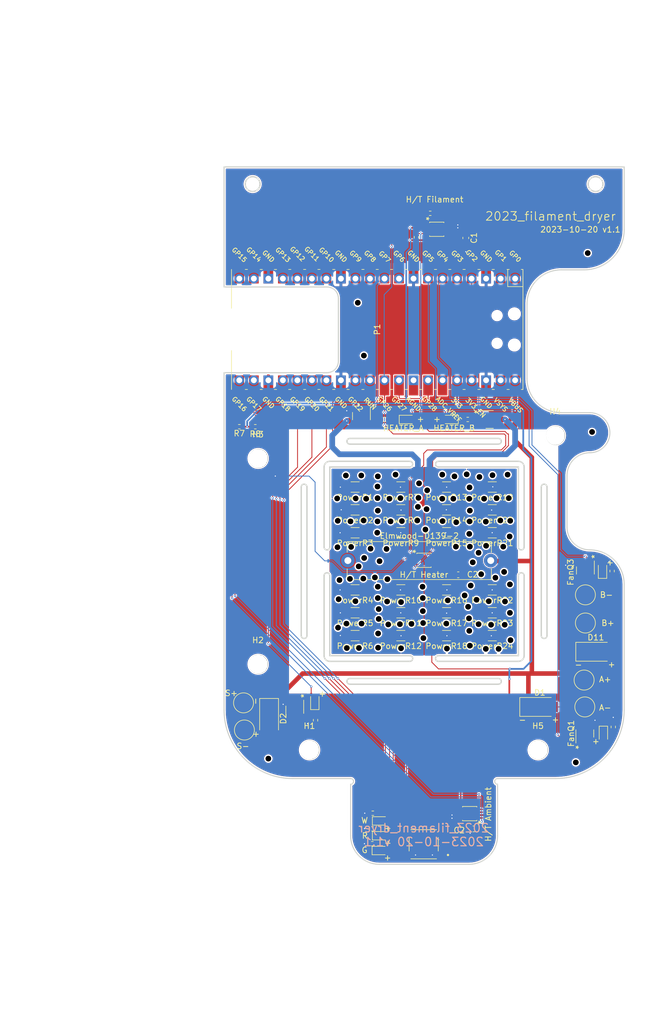
<source format=kicad_pcb>
(kicad_pcb (version 20221018) (generator pcbnew)
  (title_block (title "2023_filament_dryer") (date "2023-10-20") (rev "v1.1") (company "Salami Brothers") (comment 1 "Released under MIT Open-source License"))
  (layers (0 "F.Cu" signal) (31 "B.Cu" signal) (34 "B.Paste" user) (35 "F.Paste" user) (36 "B.SilkS" user "B.Silkscreen") (37 "F.SilkS" user "F.Silkscreen") (38 "B.Mask" user) (39 "F.Mask" user) (44 "Edge.Cuts" user))
  (net 0 "")
  (net 1 "Net-(D4-K)")
  (net 2 "GND")
  (net 3 "+3V3")
  (net 4 "/HEATER-A")
  (net 5 "/GPIO_HEATER_A")
  (net 6 "/HEATER-B")
  (net 7 "Net-(D1-A)")
  (net 8 "Net-(D2-A)")
  (net 9 "/GPIO_HEATER_B")
  (net 10 "+5V")
  (net 11 "/GPIO_FAN_AMBIENT")
  (net 12 "Net-(D6-K)")
  (net 13 "/GPIO_FAN_FILAMENT")
  (net 14 "Net-(D7-K)")
  (net 15 "unconnected-(P1-GPIO28_ADC2-Pad34)")
  (net 16 "Net-(D3-K)")
  (net 17 "/5V-Fuse")
  (net 21 "Net-(D10-K)")
  (net 34 "/GPIO_FAN_BOX")
  (net 40 "/I2C1_SDA")
  (net 41 "/I2C1_SCL")
  (net 42 "/I2C0_SDA")
  (net 43 "/I2C0_SCL")
  (net 47 "Net-(D5-K)")
  (net 48 "/GPIO_USER_LED_WHITE")
  (net 49 "Net-(D8-K)")
  (net 50 "/GPIO_USER_LED_RED")
  (net 51 "Net-(D9-K)")
  (net 52 "/GPIO_USER_LED_GREEN")
  (net 53 "/GPIO_USER_BUTTON")
  (net 54 "Net-(D11-A)")
  (footprint "00_project_library:SilicagelHole" (layer "F.Cu") (at 93.0244 126.1088)
    (fp_text reference "REF**" hide)
    (fp_text value "SilicagelHole" hide)
  )
  (footprint "Resistor_SMD:R_1206_3216Metric" (layer "F.Cu") (at 97 98 180)
    (fp_text reference "PowerR7")
    (fp_text value "120")
  )
  (footprint "00_project_library:SilicagelHole" (layer "F.Cu") (at 116.0876 120.0128)
    (fp_text reference "REF**" hide)
    (fp_text value "SilicagelHole" hide)
  )
  (footprint "00_project_library:SilicagelHole" (layer "F.Cu") (at 111.922 108.278)
    (fp_text reference "REF**" hide)
    (fp_text value "SilicagelHole" hide)
  )
  (footprint "00_project_library:SilicagelHole" (layer "F.Cu") (at 108.9756 123.1624)
    (fp_text reference "REF**" hide)
    (fp_text value "SilicagelHole" hide)
  )
  (footprint "00_project_library:LED_0603_1608Metric" (layer "F.Cu") (at 93.4561 161.5968)
    (fp_text reference "D9" hide)
    (fp_text value "G")
  )
  (footprint "00_project_library:Thermal Fuse (R_Axial_Power_L25.0mm_W6.4mm_P27.94mm)" (layer "F.Cu") (at 87.7304 110.8688)
    (fp_text reference "Elmwood-D139-2")
    (fp_text value "Thermal Fulse")
  )
  (footprint "00_project_library:SilicagelHole" (layer "F.Cu") (at 85.8616 99.9976)
    (fp_text reference "REF**" hide)
    (fp_text value "SilicagelHole" hide)
  )
  (footprint "00_project_library:SOT-23" (layer "F.Cu") (at 90.1075 85.992 90)
    (fp_text reference "PowerQ1" hide)
    (fp_text value "NMOS")
  )
  (footprint "Resistor_SMD:R_1206_3216Metric" (layer "F.Cu") (at 89 106 180)
    (fp_text reference "PowerR3")
    (fp_text value "120")
  )
  (footprint "00_project_library:SilicagelHole" (layer "F.Cu") (at 86.1156 117.6252)
    (fp_text reference "REF**" hide)
    (fp_text value "SilicagelHole" hide)
  )
  (footprint "TestPoint:TestPoint_Pad_D3.0mm" (layer "F.Cu") (at 129.067 131.773)
    (fp_text reference "TP7" hide)
    (fp_text value "A+")
  )
  (footprint "00_project_library:SilicagelHole" (layer "F.Cu") (at 96.8344 121.994)
    (fp_text reference "REF**" hide)
    (fp_text value "SilicagelHole" hide)
  )
  (footprint "00_project_library:SilicagelHole" (layer "F.Cu") (at 114.1064 126.312)
    (fp_text reference "REF**" hide)
    (fp_text value "SilicagelHole" hide)
  )
  (footprint "00_project_library:SilicagelHole" (layer "F.Cu") (at 99.984 101.4708)
    (fp_text reference "REF**" hide)
    (fp_text value "SilicagelHole" hide)
  )
  (footprint "00_project_library:SilicagelHole" (layer "F.Cu") (at 94.5992 118.0316)
    (fp_text reference "REF**" hide)
    (fp_text value "SilicagelHole" hide)
  )
  (footprint "Resistor_SMD:R_0402_1005Metric_Pad0.72x0.64mm_HandSolder" (layer "F.Cu") (at 71.536 87.45)
    (fp_text reference "R8")
    (fp_text value "10k")
  )
  (footprint "00_project_library:SilicagelHole" (layer "F.Cu") (at 89.6716 126.1596)
    (fp_text reference "REF**" hide)
    (fp_text value "SilicagelHole" hide)
  )
  (footprint "Resistor_SMD:R_1206_3216Metric" (layer "F.Cu") (at 97 120 180)
    (fp_text reference "PowerR11")
    (fp_text value "120")
  )
  (footprint "00_project_library:SilicagelHole" (layer "F.Cu") (at 115.0716 112.85)
    (fp_text reference "REF**" hide)
    (fp_text value "SilicagelHole" hide)
  )
  (footprint "00_project_library:SilicagelHole" (layer "F.Cu") (at 92.9228 99.9468)
    (fp_text reference "REF**" hide)
    (fp_text value "SilicagelHole" hide)
  )
  (footprint "00_project_library:SilicagelHole" (layer "F.Cu") (at 87.546927 126.169259)
    (fp_text reference "REF**" hide)
    (fp_text value "SilicagelHole" hide)
  )
  (footprint "00_project_library:SilicagelHole" (layer "F.Cu") (at 100.8476 117.422)
    (fp_text reference "REF**" hide)
    (fp_text value "SilicagelHole" hide)
  )
  (footprint "00_project_library:SilicagelHole" (layer "F.Cu") (at 109.0772 102.1312)
    (fp_text reference "REF**" hide)
    (fp_text value "SilicagelHole" hide)
  )
  (footprint "00_project_library:SilicagelHole" (layer "F.Cu") (at 115.1732 122.0956)
    (fp_text reference "REF**" hide)
    (fp_text value "SilicagelHole" hide)
  )
  (footprint "Resistor_SMD:R_1206_3216Metric" (layer "F.Cu") (at 89 98 180)
    (fp_text reference "PowerR1")
    (fp_text value "120")
  )
  (footprint "00_project_library:SilicagelHole" (layer "F.Cu") (at 91.7036 108.786)
    (fp_text reference "REF**" hide)
    (fp_text value "SilicagelHole" hide)
  )
  (footprint "00_project_library:RPi_Pico" (layer "F.Cu") (at 92.872 70.432 -90)
    (fp_text reference "P1")
    (fp_text value "Pico")
  )
  (footprint "00_project_library:SilicagelHole" (layer "F.Cu") (at 115.8844 99.9468)
    (fp_text reference "REF**" hide)
    (fp_text value "SilicagelHole" hide)
  )
  (footprint "Resistor_SMD:R_1206_3216Metric" (layer "F.Cu") (at 113 116 180)
    (fp_text reference "PowerR22")
    (fp_text value "120")
  )
  (footprint "Resistor_SMD:R_0402_1005Metric_Pad0.72x0.64mm_HandSolder" (layer "F.Cu") (at 92.0084 160.3988)
    (fp_text reference "R11" hide)
    (fp_text value "470R")
  )
  (footprint "00_project_library:SilicagelHole" (layer "F.Cu") (at 108.9756 100.0484)
    (fp_text reference "REF**" hide)
    (fp_text value "SilicagelHole" hide)
  )
  (footprint "00_project_library:SilicagelHole" (layer "F.Cu") (at 73.822 145.5144)
    (fp_text reference "REF**" hide)
    (fp_text value "SilicagelHole" hide)
  )
  (footprint "00_project_library:LED_0603_1608Metric" (layer "F.Cu") (at 93.507 156.4168)
    (fp_text reference "D5" hide)
    (fp_text value "W")
  )
  (footprint "00_project_library:SilicagelHole" (layer "F.Cu") (at 88.0968 114.0692)
    (fp_text reference "REF**" hide)
    (fp_text value "SilicagelHole" hide)
  )
  (footprint "00_project_library:LED_0603_1608Metric" (layer "F.Cu") (at 81.95 135.456 90)
    (fp_text reference "D7" hide)
    (fp_text value "WHITE")
  )
  (footprint "00_project_library:SilicagelHole" (layer "F.Cu") (at 129.702 57.0716)
    (fp_text reference "REF**" hide)
    (fp_text value "SilicagelHole" hide)
  )
  (footprint "TestPoint:TestPoint_Pad_D3.0mm" (layer "F.Cu") (at 69.4786 135.7608)
    (fp_text reference "TP9" hide)
    (fp_text value "S+")
  )
  (footprint "00_project_library:SilicagelHole" (layer "F.Cu") (at 109.0264 104.0108)
    (fp_text reference "REF**" hide)
    (fp_text value "SilicagelHole" hide)
  )
  (footprint "00_project_library:SilicagelHole" (layer "F.Cu") (at 90.1288 121.8924)
    (fp_text reference "REF**" hide)
    (fp_text value "SilicagelHole" hide)
  )
  (footprint "Resistor_SMD:R_1206_3216Metric" (layer "F.Cu") (at 105 124 180)
    (fp_text reference "PowerR18")
    (fp_text value "120")
  )
  (footprint "00_project_library:SilicagelHole" (layer "F.Cu") (at 92.9228 104.0108)
    (fp_text reference "REF**" hide)
    (fp_text value "SilicagelHole" hide)
  )
  (footprint "Resistor_SMD:R_1206_3216Metric" (layer "F.Cu") (at 89 116 180)
    (fp_text reference "PowerR4")
    (fp_text value "120")
  )
  (footprint "00_project_library:MountingHole_3.2mm_M3" (layer "F.Cu") (at 72 93)
    (fp_text reference "H3")
    (fp_text value "MountingHole")
  )
  (footprint "Resistor_SMD:R_0402_1005Metric_Pad0.72x0.64mm_HandSolder" (layer "F.Cu") (at 108.7095 86.18)
    (fp_text reference "R1" hide)
    (fp_text value "470R")
  )
  (footprint "Resistor_SMD:R_1206_3216Metric" (layer "F.Cu") (at 105 106 180)
    (fp_text reference "PowerR15")
    (fp_text value "120")
  )
  (footprint "00_project_library:SOT-23" (layer "F.Cu") (at 78.4448 137.3569 90)
    (fp_text reference "FanQ2" hide)
    (fp_text value "NMOS")
  )
  (footprint "00_project_library:SilicagelHole" (layer "F.Cu") (at 96.0724 95.832)
    (fp_text reference "REF**" hide)
    (fp_text value "SilicagelHole" hide)
  )
  (footprint "00_project_library:SilicagelHole" (layer "F.Cu") (at 93.0244 123.6196)
    (fp_text reference "REF**" hide)
    (fp_text value "SilicagelHole" hide)
  )
  (footprint "00_project_library:SilicagelHole" (layer "F.Cu") (at 92.9736 96.1368)
    (fp_text reference "REF**" hide)
    (fp_text value "SilicagelHole" hide)
  )
  (footprint "Resistor_SMD:R_0402_1005Metric_Pad0.72x0.64mm_HandSolder" (layer "F.Cu") (at 133.9692 112.6976 90)
    (fp_text reference "R6" hide)
    (fp_text value "470R")
  )
  (footprint "00_project_library:SilicagelHole" (layer "F.Cu") (at 92.9736 117.422)
    (fp_text reference "REF**" hide)
    (fp_text value "SilicagelHole" hide)
  )
  (footprint "Resistor_SMD:R_0402_1005Metric_Pad0.72x0.64mm_HandSolder" (layer "F.Cu") (at 68.742 87.45 180)
    (fp_text reference "R7")
    (fp_text value "10k")
  )
  (footprint "00_project_library:SilicagelHole" (layer "F.Cu") (at 108.1628 116.9648)
    (fp_text reference "REF**" hide)
    (fp_text value "SilicagelHole" hide)
  )
  (footprint "Resistor_SMD:R_0402_1005Metric_Pad0.72x0.64mm_HandSolder" (layer "F.Cu") (at 82.077 138.7955 -90)
    (fp_text reference "R20" hide)
    (fp_text value "470R")
  )
  (footprint "Capacitor_SMD:C_0603_1608Metric" (layer "F.Cu") (at 109.763 157.808 180)
    (fp_text reference "C2")
    (fp_text value "10u")
  )
  (footprint "00_project_library:D_SMA" (layer "F.Cu") (at 121.32 136.472)
    (fp_text reference "D1")
    (fp_text value "General Purpose Diode")
  )
  (footprint "00_project_library:SilicagelHole" (layer "F.Cu") (at 104.2512 95.832)
    (fp_text reference "REF**" hide)
    (fp_text value "SilicagelHole" hide)
  )
  (footprint "00_project_library:SilicagelHole" (layer "F.Cu") (at 92.4656 113.8152)
    (fp_text reference "REF**" hide)
    (fp_text value "SilicagelHole" hide)
  )
  (footprint "00_project_library:SilicagelHole" (layer "F.Cu") (at 114.9192 108.4304)
    (fp_text reference "REF**" hide)
    (fp_text value "SilicagelHole" hide)
  )
  (footprint "Resistor_SMD:R_1206_3216Metric" (layer "F.Cu") (at 97 106 180)
    (fp_text reference "PowerR9")
    (fp_text value "120")
  )
  (footprint "00_project_library:SilicagelHole" (layer "F.Cu") (at 97.19 103.96)
    (fp_text reference "REF**" hide)
    (fp_text value "SilicagelHole" hide)
  )
  (footprint "00_project_library:MountingHole_3.2mm_M3" (layer "F.Cu") (at 121 144)
    (fp_text reference "H5")
    (fp_text value "MountingHole")
  )
  (footprint "00_project_library:SilicagelHole" (layer "F.Cu") (at 85.9124 108.532)
    (fp_text reference "REF**" hide)
    (fp_text value "SilicagelHole" hide)
  )
  (footprint "Resistor_SMD:R_1206_3216Metric" (layer "F.Cu") (at 113 102 180)
    (fp_text reference "PowerR20")
    (fp_text value "120")
  )
  (footprint "00_project_library:SilicagelHole" (layer "F.Cu") (at 130.464 88.3644)
    (fp_text reference "REF**" hide)
    (fp_text value "SilicagelHole" hide)
  )
  (footprint "00_project_library:SilicagelHole" (layer "F.Cu") (at 89.6208 111.8848)
    (fp_text reference "REF**" hide)
    (fp_text value "SilicagelHole" hide)
  )
  (footprint "00_project_library:SilicagelHole" (layer "F.Cu") (at 100.7968 115.4408)
    (fp_text reference "REF**" hide)
    (fp_text value "SilicagelHole" hide)
  )
  (footprint "00_project_library:SilicagelHole" (layer "F.Cu") (at 104.9624 121.8924)
    (fp_text reference "REF**" hide)
    (fp_text value "SilicagelHole" hide)
  )
  (footprint "00_project_library:SilicagelHole" (layer "F.Cu") (at 116.1384 103.9092)
    (fp_text reference "REF**" hide)
    (fp_text value "SilicagelHole" hide)
  )
  (footprint "00_project_library:SilicagelHole" (layer "F.Cu") (at 97.0376 118.1332)
    (fp_text reference "REF**" hide)
    (fp_text value "SilicagelHole" hide)
  )
  (footprint "00_project_library:SilicagelHole" (layer "F.Cu") (at 96.936 99.9468)
    (fp_text reference "REF**" hide)
    (fp_text value "SilicagelHole" hide)
  )
  (footprint "00_project_library:SilicagelHole" (layer "F.Cu") (at 90.586 110.4116)
    (fp_text reference "REF**" hide)
    (fp_text value "SilicagelHole" hide)
  )
  (footprint "00_project_library:SilicagelHole" (layer "F.Cu") (at 101.6096 98.5752)
    (fp_text reference "REF**" hide)
    (fp_text value "SilicagelHole" hide)
  )
  (footprint "00_project_library:SilicagelHole" (layer "F.Cu") (at 114.4112 103.8584)
    (fp_text reference "REF**" hide)
    (fp_text value "SilicagelHole" hide)
  )
  (footprint "00_project_library:SilicagelHole" (layer "F.Cu") (at 116.1892 124.788)
    (fp_text reference "REF**" hide)
    (fp_text value "SilicagelHole" hide)
  )
  (footprint "00_project_library:LED_0603_1608Metric" (layer "F.Cu") (at 98.206 86.18)
    (fp_text reference "D3" hide)
    (fp_text value "HEATER_A")
  )
  (footprint "00_project_library:SilicagelHole" (layer "F.Cu") (at 100.9492 124.4324)
    (fp_text reference "REF**" hide)
    (fp_text value "SilicagelHole" hide)
  )
  (footprint "00_project_library:SilicagelHole" (layer "F.Cu") (at 109.5852 111.1736)
    (fp_text reference "REF**" hide)
    (fp_text value "SilicagelHole" hide)
  )
  (footprint "00_project_library:SilicagelHole" (layer "F.Cu") (at 116.0876 115.0344)
    (fp_text reference "REF**" hide)
    (fp_text value "SilicagelHole" hide)
  )
  (footprint "00_project_library:SilicagelHole" (layer "F.Cu") (at 97.0376 126.2104)
    (fp_text reference "REF**" hide)
    (fp_text value "SilicagelHole" hide)
  )
  (footprint "Resistor_SMD:R_1206_3216Metric" (layer "F.Cu") (at 97 124 180)
    (fp_text reference "PowerR12")
    (fp_text value "120")
  )
  (footprint "00_project_library:LED_0603_1608Metric" (layer "F.Cu") (at 132.4452 141.3235 -90)
    (fp_text reference "D6" hide)
    (fp_text value "RED")
  )
  (footprint "00_project_library:SilicagelHole" (layer "F.Cu") (at 109.0264 98.0672)
    (fp_text reference "REF**" hide)
    (fp_text value "SilicagelHole" hide)
  )
  (footprint "TestPoint:TestPoint_Pad_D3.0mm" (layer "F.Cu") (at 129.2956 116.8632)
    (fp_text reference "TP2" hide)
    (fp_text value "B-")
  )
  (footprint "00_project_library:SilicagelHole" (layer "F.Cu") (at 111.8712 126.312)
    (fp_text reference "REF**" hide)
    (fp_text value "SilicagelHole" hide)
  )
  (footprint "00_project_library:SilicagelHole" (layer "F.Cu") (at 111.5664 100.0484)
    (fp_text reference "REF**" hide)
    (fp_text value "SilicagelHole" hide)
  )
  (footprint "00_project_library:SilicagelHole" (layer "F.Cu") (at 100.8476 119.708)
    (fp_text reference "REF**" hide)
    (fp_text value "SilicagelHole" hide)
  )
  (footprint "00_project_library:SilicagelHole" (layer "F.Cu") (at 94.8024 122.0448)
    (fp_text reference "REF**" hide)
    (fp_text value "SilicagelHole" hide)
  )
  (footprint "Resistor_SMD:R_1206_3216Metric" (layer "F.Cu") (at 89 124 180)
    (fp_text reference "PowerR6")
    (fp_text value "120")
  )
  (footprint "00_project_library:SilicagelHole" (layer "F.Cu") (at 108.5184 95.7812)
    (fp_text reference "REF**" hide)
    (fp_text value "SilicagelHole" hide)
  )
  (footprint "Resistor_SMD:R_0402_1005Metric_Pad0.72x0.64mm_HandSolder" (layer "F.Cu") (at 92.0592 157.808)
    (fp_text reference "R10" hide)
    (fp_text value "470R")
  )
  (footprint "00_project_library:SilicagelHole" (layer "F.Cu") (at 94.4976 108.8368)
    (fp_text reference "REF**" hide)
    (fp_text value "SilicagelHole" hide)
  )
  (footprint "00_project_library:SilicagelHole" (layer "F.Cu") (at 109.0772 125.7532)
    (fp_text reference "REF**" hide)
    (fp_text value "SilicagelHole" hide)
  )
  (footprint "00_project_library:MountingHole_3.2mm_M3" (layer "F.Cu") (at 72 129)
    (fp_text reference "H2")
    (fp_text value "MountingHole")
  )
  (footprint "00_project_library:SilicagelHole" (layer "F.Cu") (at 104.2512 100.0484)
    (fp_text reference "REF**" hide)
    (fp_text value "SilicagelHole" hide)
  )
  (footprint "00_project_library:SilicagelHole" (layer "F.Cu") (at 89.062 117.9808)
    (fp_text reference "REF**" hide)
    (fp_text value "SilicagelHole" hide)
  )
  (footprint "00_project_library:LED_0603_1608Metric" (layer "F.Cu") (at 105.572 86.18 180)
    (fp_text reference "D4" hide)
    (fp_text value "HEATER_B")
  )
  (footprint "00_project_library:SilicagelHole" (layer "F.Cu") (at 109.2296 115.2376)
    (fp_text reference "REF**" hide)
    (fp_text value "SilicagelHole" hide)
  )
  (footprint "00_project_library:SilicagelHole" (layer "F.Cu") (at 111.0584 113.2564)
    (fp_text reference "REF**" hide)
    (fp_text value "SilicagelHole" hide)
  )
  (footprint "00_project_library:SilicagelHole" (layer "F.Cu") (at 101.508 101.8772)
    (fp_text reference "REF**" hide)
    (fp_text value "SilicagelHole" hide)
  )
  (footprint "00_project_library:SilicagelHole" (layer "F.Cu") (at 113.0396 95.9336)
    (fp_text reference "REF**" hide)
    (fp_text value "SilicagelHole" hide)
  )
  (footprint "00_project_library:SilicagelHole" (layer "F.Cu") (at 94.65 114.12)
    (fp_text reference "REF**" hide)
    (fp_text value "SilicagelHole" hide)
  )
  (footprint "00_project_library:SilicagelHole" (layer "F.Cu") (at 106.6896 104.1632)
    (fp_text reference "REF**" hide)
    (fp_text value "SilicagelHole" hide)
  )
  (footprint "00_project_library:SilicagelHole" (layer "F.Cu") (at 100.0856 99.896)
    (fp_text reference "REF**" hide)
    (fp_text value "SilicagelHole" hide)
  )
  (footprint "00_project_library:SilicagelHole" (layer "F.Cu") (at 110.6012 109.4972)
    (fp_text reference "REF**" hide)
    (fp_text value "SilicagelHole" hide)
  )
  (footprint "00_project_library:dryer_print3d" (layer "F.Cu") (at 101 149)
    (fp_text reference "dryer_print3D1" hide)
    (fp_text value "dryer_print3D" hide)
  )
  (footprint "Resistor_SMD:R_1206_3216Metric" (layer "F.Cu") (at 105 116 180)
    (fp_text reference "PowerR16")
    (fp_text value "120")
  )
  (footprint "00_project_library:SilicagelHole" (layer "F.Cu") (at 115.224 118.0316)
    (fp_text reference "REF**" hide)
    (fp_text value "SilicagelHole" hide)
  )
  (footprint "Resistor_SMD:R_1206_3216Metric" (layer "F.Cu") (at 89 120 180)
    (fp_text reference "PowerR5")
    (fp_text value "120")
  )
  (footprint "00_project_library:SilicagelHole" (layer "F.Cu") (at 110.6012 121.994)
    (fp_text reference "REF**" hide)
    (fp_text value "SilicagelHole" hide)
  )
  (footprint "Resistor_SMD:R_1206_3216Metric" (layer "F.Cu") (at 105 120 180)
    (fp_text reference "PowerR17")
    (fp_text value "120")
  )
  (footprint "00_project_library:SilicagelHole" (layer "F.Cu") (at 98.8664 121.9432)
    (fp_text reference "REF**" hide)
    (fp_text value "SilicagelHole" hide)
  )
  (footprint "00_project_library:LED_0603_1608Metric" (layer "F.Cu") (at 93.507 159.0068)
    (fp_text reference "D8" hide)
    (fp_text value "R")
  )
  (footprint "00_project_library:MountingHole_3.2mm_M3" (layer "F.Cu") (at 124 89)
    (fp_text reference "H4")
    (fp_text value "MountingHole")
  )
  (footprint "Resistor_SMD:R_1206_3216Metric" (layer "F.Cu") (at 105 98 180)
    (fp_text reference "PowerR13")
    (fp_text value "120")
  )
  (footprint "00_project_library:SilicagelHole" (layer "F.Cu") (at 99.8824 103.8584)
    (fp_text reference "REF**" hide)
    (fp_text value "SilicagelHole" hide)
  )
  (footprint "00_project_library:SilicagelHole" (layer "F.Cu") (at 88.1984 104.0108)
    (fp_text reference "REF**" hide)
    (fp_text value "SilicagelHole" hide)
  )
  (footprint "00_project_library:SilicagelHole" (layer "F.Cu") (at 92.9736 115.4408)
    (fp_text reference "REF**" hide)
    (fp_text value "SilicagelHole" hide)
  )
  (footprint "00_project_library:SilicagelHole" (layer "F.Cu") (at 113.5476 113.866)
    (fp_text reference "REF**" hide)
    (fp_text value "SilicagelHole" hide)
  )
  (footprint "00_project_library:SON50P250X250X90-9T110X180N" (layer "F.Cu") (at 101.0508 110.818 -90)
    (fp_text reference "U2" hide)
    (fp_text value "H/T Heater")
  )
  (footprint "00_project_library:SilicagelHole" (layer "F.Cu") (at 95.2088 104.0108)
    (fp_text reference "REF**" hide)
    (fp_text value "SilicagelHole" hide)
  )
  (footprint "00_project_library:SilicagelHole" (layer "F.Cu") (at 116.0368 106.6524)
    (fp_text reference "REF**" hide)
    (fp_text value "SilicagelHole" hide)
  )
  (footprint "00_project_library:SilicagelHole" (layer "F.Cu") (at 110.2456 117.7268)
    (fp_text reference "REF**" hide)
    (fp_text value "SilicagelHole" hide)
  )
  (footprint "00_project_library:SilicagelHole" (layer "F.Cu") (at 88.3 108.4812)
    (fp_text reference "REF**" hide)
    (fp_text value "SilicagelHole" hide)
  )
  (footprint "Resistor_SMD:R_0402_1005Metric_Pad0.72x0.64mm_HandSolder" (layer "F.Cu") (at 92.0979 155.0648)
    (fp_text reference "R9" hide)
    (fp_text value "470R")
  )
  (footprint "00_project_library:SilicagelHole" (layer "F.Cu") (at 93.126 121.0796)
    (fp_text reference "REF**" hide)
    (fp_text value "SilicagelHole" hide)
  )
  (footprint "TestPoint:TestPoint_Pad_D3.0mm" (layer "F.Cu") (at 69.631 140.5106)
    (fp_text reference "TP10" hide)
    (fp_text value "S-")
  )
  (footprint "00_project_library:SOT-23" (layer "F.Cu") (at 129.2956 112.996 90)
    (fp_text reference "FanQ3")
    (fp_text value "NMOS")
  )
  (footprint "Resistor_SMD:R_1206_3216Metric" (layer "F.Cu") (at 97 102 180)
    (fp_text reference "PowerR8")
    (fp_text value "120")
  )
  (footprint "00_project_library:MountingHole_3.2mm_M3" (layer "F.Cu") (at 81 144)
    (fp_text reference "H1")
    (fp_text value "MountingHole")
  )
  (footprint "00_project_library:SilicagelHole" (layer "F.Cu") (at 112.7856 122.0956)
    (fp_text reference "REF**" hide)
    (fp_text value "SilicagelHole" hide)
  )
  (footprint "00_project_library:SilicagelHole" (layer "F.Cu") (at 112.3792 117.9808)
    (fp_text reference "REF**" hide)
    (fp_text value "SilicagelHole" hide)
  )
  (footprint "00_project_library:SilicagelHole" (layer "F.Cu") (at 106.1816 100.0484)
    (fp_text reference "REF**" hide)
    (fp_text value "SilicagelHole" hide)
  )
  (footprint "00_project_library:SilicagelHole" (layer "F.Cu") (at 106.3848 96.1368)
    (fp_text reference "REF**" hide)
    (fp_text value "SilicagelHole" hide)
  )
  (footprint "Resistor_SMD:R_1206_3216Metric" (layer "F.Cu") (at 89 102 180)
    (fp_text reference "PowerR2")
    (fp_text value "120")
  )
  (footprint "00_project_library:SilicagelHole" (layer "F.Cu") (at 92.9736 102.1312)
    (fp_text reference "REF**" hide)
    (fp_text value "SilicagelHole" hide)
  )
  (footprint "00_project_library:SilicagelHole" (layer "F.Cu") (at 92.9228 97.9148)
    (fp_text reference "REF**" hide)
    (fp_text value "SilicagelHole" hide)
  )
  (footprint "00_project_library:SilicagelHole" (layer "F.Cu") (at 90.078 95.9844)
    (fp_text reference "REF**" hide)
    (fp_text value "SilicagelHole" hide)
  )
  (footprint "00_project_library:SilicagelHole" (layer "F.Cu") (at 109.0772 108.4304)
    (fp_text reference "REF**" hide)
    (fp_text value "SilicagelHole" hide)
  )
  (footprint "00_project_library:SilicagelHole" (layer "F.Cu") (at 110.7536 96.2384)
    (fp_text reference "REF**" hide)
    (fp_text value "SilicagelHole" hide)
  )
  (footprint "00_project_library:SilicagelHole" (layer "F.Cu") (at 90.5352 75.004)
    (fp_text reference "REF**" hide)
    (fp_text value "SilicagelHole" hide)
  )
  (footprint "00_project_library:SW_TS-1187A-B-A-B" (layer "F.Cu") (at 101 160.5 180)
    (fp_text reference "USER_BUTTON1" hide)
    (fp_text value "USER" hide)
  )
  (footprint "00_project_library:SilicagelHole" (layer "F.Cu") (at 127.6192 146.1748)
    (fp_text reference "REF**" hide)
    (fp_text value "SilicagelHole" hide)
  )
  (footprint "00_project_library:SilicagelHole" (layer "F.Cu") (at 90.4336 114.0184)
    (fp_text reference "REF**" hide)
    (fp_text value "SilicagelHole" hide)
  )
  (footprint "TestPoint:TestPoint_Pad_D3.0mm" (layer "F.Cu") (at 129.2956 121.7908)
    (fp_text reference "TP1" hide)
    (fp_text value "B+")
  )
  (footprint "Resistor_SMD:R_0402_1005Metric_Pad0.72x0.64mm_HandSolder" (layer "F.Cu") (at 102.143 50.112 180)
    (fp_text reference "R4" hide)
    (fp_text value "10k")
  )
  (footprint "Resistor_SMD:R_0402_1005Metric_Pad0.72x0.64mm_HandSolder" (layer "F.Cu") (at 134.1724 139.9772 90)
    (fp_text reference "R19" hide)
    (fp_text value "470R")
  )
  (footprint "00_project_library:SilicagelHole" (layer "F.Cu") (at 89.4684 65.7584)
    (fp_text reference "REF**" hide)
    (fp_text value "SilicagelHole" hide)
  )
  (footprint "00_project_library:SilicagelHole" (layer "F.Cu") (at 111.8712 104.0616)
    (fp_text reference "REF**" hide)
    (fp_text value "SilicagelHole" hide)
  )
  (footprint "00_project_library:SOT-23" (layer "F.Cu") (at 129.194 140.7179 -90)
    (fp_text reference "FanQ1")
    (fp_text value "NMOS")
  )
  (footprint "00_project_library:SON50P250X250X90-9T110X180N" (layer "F.Cu") (at 103.286 52.906 -90)
    (fp_text reference "U1" hide)
    (fp_text value "H/T Filament")
  )
  (footprint "00_project_library:SilicagelHole" (layer "F.Cu") (at 87.4872 121.8924)
    (fp_text reference "REF**" hide)
    (fp_text value "SilicagelHole" hide)
  )
  (footprint "Resistor_SMD:R_1206_3216Metric" (layer "F.Cu") (at 113 124 180)
    (fp_text reference "PowerR24")
    (fp_text value "120")
  )
  (footprint "00_project_library:SilicagelHole" (layer "F.Cu") (at 86.268 114.2724)
    (fp_text reference "REF**" hide)
    (fp_text value "SilicagelHole" hide)
  )
  (footprint "00_project_library:SilicagelHole" (layer "F.Cu") (at 115.6812 95.832)
    (fp_text reference "REF**" hide)
    (fp_text value "SilicagelHole" hide)
  )
  (footprint "00_project_library:SilicagelHole" (layer "F.Cu") (at 90.4844 103.8584)
    (fp_text reference "REF**" hide)
    (fp_text value "SilicagelHole" hide)
  )
  (footprint "00_project_library:SilicagelHole" (layer "F.Cu") (at 108.9756 106.1952)
    (fp_text reference "REF**" hide)
    (fp_text value "SilicagelHole" hide)
  )
  (footprint "00_project_library:SilicagelHole" (layer "F.Cu") (at 104.302 103.96)
    (fp_text reference "REF**" hide)
    (fp_text value "SilicagelHole" hide)
  )
  (footprint "00_project_library:LED_0603_1608Metric" (layer "F.Cu") (at 132.2928 112.4944 90)
    (fp_text reference "D10" hide)
    (fp_text value "WHITE")
  )
  (footprint "00_project_library:SilicagelHole" (layer "F.Cu") (at 92.872 105.992)
    (fp_text reference "REF**" hide)
    (fp_text value "SilicagelHole" hide)
  )
  (footprint "00_project_library:SOT-23" (layer "F.Cu") (at 112.938 86.18 180)
    (fp_text reference "PowerQ2" hide)
    (fp_text value "NMOS")
  )
  (footprint "00_project_library:SON50P250X250X90-9T110X180N" (layer "F.Cu") (at 109.0518 155.141 90)
    (fp_text reference "U3" hide)
    (fp_text value "H/T Ambient")
  )
  (footprint "Capacitor_SMD:C_0603_1608Metric" (layer "F.Cu") (at 107.0452 113.358)
    (fp_text reference "C20")
    (fp_text value "10u")
  )
  (footprint "00_project_library:SilicagelHole" (layer "F.Cu") (at 93.126 119.3524)
    (fp_text reference "REF**" hide)
    (fp_text value "SilicagelHole" hide)
  )
  (footprint "00_project_library:SilicagelHole" (layer "F.Cu") (at 101.3048 105.4332)
    (fp_text reference "REF**" hide)
    (fp_text value "SilicagelHole" hide)
  )
  (footprint "00_project_library:SilicagelHole" (layer "F.Cu") (at 105.2164 117.8284)
    (fp_text reference "REF**" hide)
    (fp_text value "SilicagelHole" hide)
  )
  (footprint "Resistor_SMD:R_1206_3216Metric" (layer "F.Cu") (at 97 116 180)
    (fp_text reference "PowerR10")
    (fp_text value "120")
  )
  (footprint "00_project_library:SilicagelHole" (layer "F.Cu") (at 90.9416 100.0484)
    (fp_text reference "REF**" hide)
    (fp_text value "SilicagelHole" hide)
  )
  (footprint "00_project_library:SilicagelHole" (layer "F.Cu") (at 93.2784 110.9704)
    (fp_text reference "REF**" hide)
    (fp_text value "SilicagelHole" hide)
  )
  (footprint "00_project_library:SilicagelHole" (layer "F.Cu") (at 85.9632 103.9092)
    (fp_text reference "REF**" hide)
    (fp_text value "SilicagelHole" hide)
  )
  (footprint "00_project_library:SilicagelHole" (layer "F.Cu") (at 100.1872 97.356)
    (fp_text reference "REF**" hide)
    (fp_text value "SilicagelHole" hide)
  )
  (footprint "00_project_library:D_SMA" (layer "F.Cu") (at 73.949 138.504 -90)
    (fp_text reference "D2")
    (fp_text value "General Purpose Diode")
  )
  (footprint "00_project_library:SilicagelHole" (layer "F.Cu") (at 95.0056 100.0484)
    (fp_text reference "REF**" hide)
    (fp_text value "SilicagelHole" hide)
  )
  (footprint "Resistor_SMD:R_1206_3216Metric" (layer "F.Cu") (at 113 98 180)
    (fp_text reference "PowerR19")
    (fp_text value "120")
  )
  (footprint "00_project_library:SilicagelHole" (layer "F.Cu") (at 105.064 126.2612)
    (fp_text reference "REF**" hide)
    (fp_text value "SilicagelHole" hide)
  )
  (footprint "Capacitor_SMD:C_0603_1608Metric" (layer "F.Cu") (at 108.366 54.43 -90)
    (fp_text reference "C1")
    (fp_text value "10u")
  )
  (footprint "00_project_library:SilicagelHole" (layer "F.Cu") (at 106.6388 108.4304)
    (fp_text reference "REF**" hide)
    (fp_text value "SilicagelHole" hide)
  )
  (footprint "00_project_library:SilicagelHole" (layer "F.Cu") (at 100.8984 121.7908)
    (fp_text reference "REF**" hide)
    (fp_text value "SilicagelHole" hide)
  )
  (footprint "Resistor_SMD:R_1206_3216Metric" (layer "F.Cu") (at 113 120 180)
    (fp_text reference "PowerR23")
    (fp_text value "120")
  )
  (footprint "00_project_library:SilicagelHole" (layer "F.Cu") (at 108.9248 120.978)
    (fp_text reference "REF**" hide)
    (fp_text value "SilicagelHole" hide)
  )
  (footprint "00_project_library:D_SMA" (layer "F.Cu") (at 131.1244 126.82)
    (fp_text reference "D11")
    (fp_text value "General Purpose Diode")
  )
  (footprint "Resistor_SMD:R_0402_1005Metric_Pad0.72x0.64mm_HandSolder" (layer "F.Cu") (at 94.142 86.18 180)
    (fp_text reference "R2" hide)
    (fp_text value "470R")
  )
  (footprint "00_project_library:SilicagelHole" (layer "F.Cu") (at 87.3856 95.9844)
    (fp_text reference "REF**" hide)
    (fp_text value "SilicagelHole" hide)
  )
  (footprint "00_project_library:SilicagelHole" (layer "F.Cu") (at 86.014 122.6036)
    (fp_text reference "REF**" hide)
    (fp_text value "SilicagelHole" hide)
  )
  (footprint "00_project_library:SilicagelHole" (layer "F.Cu") (at 108.7724 118.946)
    (fp_text reference "REF**" hide)
    (fp_text value "SilicagelHole" hide)
  )
  (footprint "TestPoint:TestPoint_Pad_D3.0mm" (layer "F.Cu") (at 129.194 136.472)
    (fp_text reference "TP8" hide)
    (fp_text value "A-")
  )
  (footprint "Resistor_SMD:R_1206_3216Metric" (layer "F.Cu") (at 105 102 180)
    (fp_text reference "PowerR14")
    (fp_text value "120")
  )
  (footprint "Resistor_SMD:R_0402_1005Metric_Pad0.72x0.64mm_HandSolder" (layer "F.Cu") (at 99.73 54.303 90)
    (fp_text reference "R5" hide)
    (fp_text value "10k")
  )
  (footprint "00_project_library:SilicagelHole" (layer "F.Cu") (at 89.1128 99.9976)
    (fp_text reference "REF**" hide)
    (fp_text value "SilicagelHole" hide)
  )
  (footprint "00_project_library:SilicagelHole" (layer "F.Cu") (at 113.7508 99.9468)
    (fp_text reference "REF**" hide)
    (fp_text value "SilicagelHole" hide)
  )
  (footprint "Resistor_SMD:R_1206_3216Metric" (layer "F.Cu") (at 113 106 180)
    (fp_text reference "PowerR21")
    (fp_text value "120")
  )
  (gr_line (start 119.075 79) (end 119.075 66) (stroke (width 0.2)) (layer "Edge.Cuts"))
  (gr_arc (start 79.575 98) (mid 80.075 97.5) (end 80.575 98) (stroke (width 0.25)) (layer "Edge.Cuts"))
  (gr_arc (start 86.075 76) (mid 85.489214 77.414214) (end 84.075 78) (stroke (width 0.2)) (layer "Edge.Cuts"))
  (gr_arc (start 83.575 94.5) (mid 83.867893 93.792893) (end 84.575 93.5) (stroke (width 0.25)) (layer "Edge.Cuts"))
  (gr_arc (start 126.075 96) (mid 127.246573 93.171573) (end 130.075 92) (stroke (width 0.2)) (layer "Edge.Cuts"))
  (gr_arc (start 118.575 108.5) (mid 118.075 109) (end 117.575 108.5) (stroke (width 0.25)) (layer "Edge.Cuts"))
  (gr_circle (center 81.075 144) (end 82.625 144) (stroke (width 0.25)) (fill none) (layer "Edge.Cuts"))
  (gr_line (start 80.575 124) (end 80.575 98) (stroke (width 0.25)) (layer "Edge.Cuts"))
  (gr_line (start 136.075 137) (end 136.075 115) (stroke (width 0.2)) (layer "Edge.Cuts"))
  (gr_line (start 84.575 127.5) (end 84.575 113.5) (stroke (width 0.25)) (layer "Edge.Cuts"))
  (gr_arc (start 117.575 93.5) (mid 118.282107 93.792893) (end 118.575 94.5) (stroke (width 0.25)) (layer "Edge.Cuts"))
  (gr_arc (start 98.575 93.5) (mid 99.075 94) (end 98.575 94.5) (stroke (width 0.25)) (layer "Edge.Cuts"))
  (gr_circle (center 72.075 129) (end 73.625 129) (stroke (width 0.25)) (fill none) (layer "Edge.Cuts"))
  (gr_line (start 117.575 113.5) (end 117.575 127.5) (stroke (width 0.25)) (layer "Edge.Cuts"))
  (gr_line (start 84.575 94.5) (end 98.575 94.5) (stroke (width 0.25)) (layer "Edge.Cuts"))
  (gr_line (start 117.575 93.5) (end 103.575 93.5) (stroke (width 0.25)) (layer "Edge.Cuts"))
  (gr_arc (start 130.075 85) (mid 133.575 88.5) (end 130.075 92) (stroke (width 0.2)) (layer "Edge.Cuts"))
  (gr_circle (center 71.075 45) (end 72.375 45) (stroke (width 0.25)) (fill none) (layer "Edge.Cuts"))
  (gr_line (start 136.075 53) (end 136.075 42) (stroke (width 0.2)) (layer "Edge.Cuts"))
  (gr_line (start 113.925 149) (end 124.075 149) (stroke (width 0.2)) (layer "Edge.Cuts"))
  (gr_arc (start 88.075 132.5) (mid 87.575 132) (end 88.075 131.5) (stroke (width 0.25)) (layer "Edge.Cuts"))
  (gr_arc (start 118.575 127.5) (mid 118.282107 128.207107) (end 117.575 128.5) (stroke (width 0.25)) (layer "Edge.Cuts"))
  (gr_arc (start 119.075 66) (mid 120.832359 61.757359) (end 125.075 60) (stroke (width 0.2)) (layer "Edge.Cuts"))
  (gr_line (start 79.575 98) (end 79.575 124) (stroke (width 0.25)) (layer "Edge.Cuts"))
  (gr_line (start 66.075 63) (end 84.075 63) (stroke (width 0.2)) (layer "Edge.Cuts"))
  (gr_line (start 98.575 93.5) (end 84.575 93.5) (stroke (width 0.25)) (layer "Edge.Cuts"))
  (gr_arc (start 122.575 124) (mid 122.075 124.5) (end 121.575 124) (stroke (width 0.25)) (layer "Edge.Cuts"))
  (gr_line (start 86.075 65) (end 86.075 76) (stroke (width 0.2)) (layer "Edge.Cuts"))
  (gr_line (start 121.575 98) (end 121.575 124) (stroke (width 0.25)) (layer "Edge.Cuts"))
  (gr_arc (start 136.075 137) (mid 132.560281 145.485281) (end 124.075 149) (stroke (width 0.2)) (layer "Edge.Cuts"))
  (gr_arc (start 80.575 124) (mid 80.075 124.5) (end 79.575 124) (stroke (width 0.25)) (layer "Edge.Cuts"))
  (gr_line (start 84.575 108.5) (end 84.575 94.5) (stroke (width 0.25)) (layer "Edge.Cuts"))
  (gr_line (start 66.075 42) (end 66.075 63) (stroke (width 0.2)) (layer "Edge.Cuts"))
  (gr_arc (start 136.075 53) (mid 134.024747 57.949747) (end 129.075 60) (stroke (width 0.2)) (layer "Edge.Cuts"))
  (gr_line (start 118.575 127.5) (end 118.575 113.5) (stroke (width 0.25)) (layer "Edge.Cuts"))
  (gr_arc (start 78.075 149) (mid 69.589719 145.485281) (end 66.075 137) (stroke (width 0.2)) (layer "Edge.Cuts"))
  (gr_arc (start 113.925 159) (mid 112.460534 162.535534) (end 108.925 164) (stroke (width 0.2)) (layer "Edge.Cuts"))
  (gr_arc (start 83.575 113.5) (mid 84.075 113) (end 84.575 113.5) (stroke (width 0.25)) (layer "Edge.Cuts"))
  (gr_arc (start 84.575 108.5) (mid 84.075 109) (end 83.575 108.5) (stroke (width 0.25)) (layer "Edge.Cuts"))
  (gr_arc (start 125.075 85) (mid 120.832359 83.242641) (end 119.075 79) (stroke (width 0.2)) (layer "Edge.Cuts"))
  (gr_line (start 93.225 164) (end 108.925 164) (stroke (width 0.2)) (layer "Edge.Cuts"))
  (gr_line (start 66.075 78) (end 66.075 137) (stroke (width 0.2)) (layer "Edge.Cuts"))
  (gr_circle (center 124.075 89) (end 125.625 89) (stroke (width 0.25)) (fill none) (layer "Edge.Cuts"))
  (gr_arc (start 98.575 127.5) (mid 99.075 128) (end 98.575 128.5) (stroke (width 0.25)) (layer "Edge.Cuts"))
  (gr_line (start 126.075 105) (end 126.075 96) (stroke (width 0.2)) (layer "Edge.Cuts"))
  (gr_line (start 130.075 85) (end 125.075 85) (stroke (width 0.2)) (layer "Edge.Cuts"))
  (gr_arc (start 93.225 164) (mid 89.689466 162.535534) (end 88.225 159) (stroke (width 0.2)) (layer "Edge.Cuts"))
  (gr_arc (start 103.575 94.5) (mid 103.075 94) (end 103.575 93.5) (stroke (width 0.25)) (layer "Edge.Cuts"))
  (gr_line (start 117.575 127.5) (end 103.575 127.5) (stroke (width 0.25)) (layer "Edge.Cuts"))
  (gr_arc (start 114.075 89.5) (mid 114.575 90) (end 114.075 90.5) (stroke (width 0.25)) (layer "Edge.Cuts"))
  (gr_line (start 114.075 89.5) (end 88.075 89.5) (stroke (width 0.25)) (layer "Edge.Cuts"))
  (gr_line (start 83.575 94.5) (end 83.575 108.5) (stroke (width 0.25)) (layer "Edge.Cuts"))
  (gr_line (start 113.925 150) (end 113.925 159) (stroke (width 0.2)) (layer "Edge.Cuts"))
  (gr_line (start 114.075 131.5) (end 88.075 131.5) (stroke (width 0.25)) (layer "Edge.Cuts"))
  (gr_line (start 88.075 90.5) (end 114.075 90.5) (stroke (width 0.25)) (layer "Edge.Cuts"))
  (gr_arc (start 114.075 131.5) (mid 114.575 132) (end 114.075 132.5) (stroke (width 0.25)) (layer "Edge.Cuts"))
  (gr_arc (start 88.075 90.5) (mid 87.575 90) (end 88.075 89.5) (stroke (width 0.25)) (layer "Edge.Cuts"))
  (gr_line (start 103.575 128.5) (end 117.575 128.5) (stroke (width 0.25)) (layer "Edge.Cuts"))
  (gr_line (start 84.575 128.5) (end 98.575 128.5) (stroke (width 0.25)) (layer "Edge.Cuts"))
  (gr_arc (start 88.225 149) (mid 88.725 149.5) (end 88.225 150) (stroke (width 0.2)) (layer "Edge.Cuts"))
  (gr_arc (start 121.575 98) (mid 122.075 97.5) (end 122.575 98) (stroke (width 0.25)) (layer "Edge.Cuts"))
  (gr_line (start 88.075 132.5) (end 114.075 132.5) (stroke (width 0.25)) (layer "Edge.Cuts"))
  (gr_line (start 103.575 94.5) (end 117.575 94.5) (stroke (width 0.25)) (layer "Edge.Cuts"))
  (gr_arc (start 130.075 109) (mid 134.317641 110.757359) (end 136.075 115) (stroke (width 0.2)) (layer "Edge.Cuts"))
  (gr_line (start 118.575 108.5) (end 118.575 94.5) (stroke (width 0.25)) (layer "Edge.Cuts"))
  (gr_circle (center 131.075 45) (end 132.375 45) (stroke (width 0.25)) (fill none) (layer "Edge.Cuts"))
  (gr_line (start 78.075 149) (end 88.225 149) (stroke (width 0.2)) (layer "Edge.Cuts"))
  (gr_arc (start 130.075 109) (mid 127.246573 107.828427) (end 126.075 105) (stroke (width 0.2)) (layer "Edge.Cuts"))
  (gr_arc (start 103.575 128.5) (mid 103.075 128) (end 103.575 127.5) (stroke (width 0.25)) (layer "Edge.Cuts"))
  (gr_arc (start 84.075 63) (mid 85.489214 63.585786) (end 86.075 65) (stroke (width 0.2)) (layer "Edge.Cuts"))
  (gr_line (start 66.075 78) (end 84.075 78) (stroke (width 0.2)) (layer "Edge.Cuts"))
  (gr_circle (center 121.075 144) (end 122.625 144) (stroke (width 0.25)) (fill none) (layer "Edge.Cuts"))
  (gr_line (start 122.575 124) (end 122.575 98) (stroke (width 0.25)) (layer "Edge.Cuts"))
  (gr_line (start 136.075 42) (end 66.075 42) (stroke (width 0.2)) (layer "Edge.Cuts"))
  (gr_arc (start 84.575 128.5) (mid 83.867893 128.207107) (end 83.575 127.5) (stroke (width 0.25)) (layer "Edge.Cuts"))
  (gr_line (start 125.075 60) (end 129.075 60) (stroke (width 0.2)) (layer "Edge.Cuts"))
  (gr_line (start 117.575 94.5) (end 117.575 108.5) (stroke (width 0.25)) (layer "Edge.Cuts"))
  (gr_line (start 88.225 150) (end 88.225 159) (stroke (width 0.2)) (layer "Edge.Cuts"))
  (gr_arc (start 117.575 113.5) (mid 118.075 113) (end 118.575 113.5) (stroke (width 0.25)) (layer "Edge.Cuts"))
  (gr_circle (center 72.075 93) (end 73.625 93) (stroke (width 0.25)) (fill none) (layer "Edge.Cuts"))
  (gr_line (start 83.575 113.5) (end 83.575 127.5) (stroke (width 0.25)) (layer "Edge.Cuts"))
  (gr_arc (start 113.925 150) (mid 113.425 149.5) (end 113.925 149) (stroke (width 0.2)) (layer "Edge.Cuts"))
  (gr_line (start 98.575 127.5) (end 84.575 127.5) (stroke (width 0.25)) (layer "Edge.Cuts"))
  (gr_text locked "${TITLE}\n${ISSUE_DATE} ${REVISION}" (at 101 160.9576) (layer "B.SilkS") (effects (font (size 1.5 1.5) (thickness 0.2)) (justify bottom mirror)))
  (gr_text "${ISSUE_DATE} ${REVISION}" (at 121.32 53.541) (layer "F.SilkS") (effects (font (size 1 1)) (justify left bottom)))
  (gr_text "${TITLE}" (at 111.668 51.509) (layer "F.SilkS") (effects (font (size 1.5 1.5)) (justify left bottom)))
  (segment (start 108.112 86.18) (end 106.3595 86.18) (width 0.15) (layer "F.Cu") (net 1))
  (segment (start 76.4174 136.0194) (end 76.4128 136.0148) (width 0.15) (layer "F.Cu") (net 2))
  (segment (start 128.3456 111.6585) (end 125.8643 111.6585) (width 0.15) (layer "F.Cu") (net 2))
  (segment (start 130.144 142.0554) (end 130.144 139.6368) (width 0.15) (layer "F.Cu") (net 2))
  (segment (start 98 162.375) (end 99.5726 162.375) (width 0.15) (layer "F.Cu") (net 2))
  (segment (start 90.6876 157.808) (end 90.6368 157.7572) (width 0.15) (layer "F.Cu") (net 2))
  (segment (start 107.8202 111.3898) (end 107.8202 113.358) (width 0.15) (layer "F.Cu") (net 2))
  (segment (start 125.8643 111.6585) (end 125.8412 111.6816) (width 0.15) (layer "F.Cu") (net 2))
  (segment (start 102.6758 110.568) (end 106.9984 110.568) (width 0.15) (layer "F.Cu") (net 2))
  (segment (start 109.0518 158.4938) (end 109.0518 155.141) (width 0.15) (layer "F.Cu") (net 2))
  (segment (start 104.036 52.156) (end 103.286 52.906) (width 0.15) (layer "F.Cu") (net 2))
  (segment (start 91.4109 160.3988) (end 90.6368 160.3988) (width 0.15) (layer "F.Cu") (net 2))
  (segment (start 106.9984 110.568) (end 107.8202 111.3898) (width 0.15) (layer "F.Cu") (net 2))
  (segment (start 87.538 84.656) (end 87.5395 84.6545) (width 0.15) (layer "F.Cu") (net 2))
  (segment (start 105.953 155.391) (end 107.4268 155.391) (width 0.15) (layer "F.Cu") (net 2))
  (segment (start 130.144 139.6368) (end 130.972 138.8088) (width 0.15) (layer "F.Cu") (net 2))
  (segment (start 102.6758 110.068) (end 102.6758 110.568) (width 0.15) (layer "F.Cu") (net 2))
  (segment (start 82.077 139.393) (end 80.68 139.393) (width 0.15) (layer "F.Cu") (net 2))
  (segment (start 77.4948 136.0194) (end 76.4174 136.0194) (width 0.15) (layer "F.Cu") (net 2))
  (segment (start 104.911 52.156) (end 104.036 52.156) (width 0.15) (layer "F.Cu") (net 2))
  (segment (start 91.5004 155.0648) (end 90.6876 155.0648) (width 0.15) (layer "F.Cu") (net 2))
  (segment (start 106.772 155.891) (end 107.4268 155.891) (width 0.15) (layer "F.Cu") (net 2))
  (segment (start 89.1575 84.6545) (end 87.5395 84.6545) (width 1) (layer "F.Cu") (net 2))
  (segment (start 106.715 155.948) (end 106.772 155.891) (width 0.15) (layer "F.Cu") (net 2))
  (segment (start 106.965 52.656) (end 106.969 52.652) (width 0.15) (layer "F.Cu") (net 2))
  (segment (start 97.6472 110.564) (end 97.6512 110.568) (width 0.15) (layer "F.Cu") (net 2))
  (segment (start 104.911 52.156) (end 106.957 52.156) (width 0.15) (layer "F.Cu") (net 2))
  (segment (start 91.4617 157.808) (end 90.6876 157.808) (width 0.15) (layer "F.Cu") (net 2))
  (segment (start 104 162.375) (end 102.524 162.375) (width 0.15) (layer "F.Cu") (net 2))
  (segment (start 134.1724 139.3797) (end 134.1724 138.3008) (width 0.15) (layer "F.Cu") (net 2))
  (segment (start 133.9692 111.6308) (end 133.4104 111.072) (width 0.15) (layer "F.Cu") (net 2))
  (segment (start 97.6512 110.568) (end 99.4258 110.568) (width 0.15) (layer "F.Cu") (net 2))
  (segment (start 108.366 56.843) (end 108.366 55.205) (width 0.15) (layer "F.Cu") (net 2))
  (segment (start 111.5345 87.196) (end 109.636 87.196) (width 1) (layer "F.Cu") (net 2))
  (segment (start 99.5776 162.38) (end 99.5726 162.375) (width 0.15) (layer "F.Cu") (net 2))
  (segment (start 109.128 158.57) (end 109.0518 158.4938) (width 0.15) (layer "F.Cu") (net 2))
  (segment (start 106.957 52.156) (end 106.969 52.144) (width 0.15) (layer "F.Cu") (net 2))
  (segment (start 102.6758 110.568) (end 101.3008 110.568) (width 0.15) (layer "F.Cu") (net 2))
  (segment (start 104.911 52.656) (end 106.965 52.656) (width 0.15) (layer "F.Cu") (net 2))
  (segment (start 99.4258 110.568) (end 100.8008 110.568) (width 0.15) (layer "F.Cu") (net 2))
  (segment (start 133.9692 112.1001) (end 133.9692 111.6308) (width 0.15) (layer "F.Cu") (net 2))
  (segment (start 105.953 155.948) (end 106.715 155.948) (width 0.15) (layer "F.Cu") (net 2))
  (via (at 105.953 155.948) (size 0.4) (drill 0.2) (layers "F.Cu" "B.Cu") (net 2))
  (via (at 90.6368 160.3988) (size 0.4) (drill 0.2) (layers "F.Cu" "B.Cu") (net 2))
  (via (at 134.1724 138.3008) (size 0.4) (drill 0.2) (layers "F.Cu" "B.Cu") (net 2))
  (via (at 133.4104 111.072) (size 0.4) (drill 0.2) (layers "F.Cu" "B.Cu") (net 2))
  (via (at 106.969 52.144) (size 0.4) (drill 0.2) (layers "F.Cu" "B.Cu") (net 2))
  (via (at 106.969 52.652) (size 0.4) (drill 0.2) (layers "F.Cu" "B.Cu") (net 2))
  (via (at 80.68 139.393) (size 0.4) (drill 0.2) (layers "F.Cu" "B.Cu") (net 2))
  (via (at 109.636 87.196) (size 0.4) (drill 0.2) (layers "F.Cu" "B.Cu") (net 2))
  (via (at 76.4128 136.0148) (size 0.4) (drill 0.2) (layers "F.Cu" "B.Cu") (net 2))
  (via (at 90.6368 157.7572) (size 0.4) (drill 0.2) (layers "F.Cu" "B.Cu") (net 2))
  (via (at 90.6876 155.0648) (size 0.4) (drill 0.2) (layers "F.Cu" "B.Cu") (net 2))
  (via (at 109.128 158.57) (size 0.4) (drill 0.2) (layers "F.Cu" "B.Cu") (net 2))
  (via (at 102.524 162.375) (size 0.4) (drill 0.2) (layers "F.Cu" "B.Cu") (net 2))
  (via (at 108.366 56.843) (size 0.4) (drill 0.2) (layers "F.Cu" "B.Cu") (net 2))
  (via (at 105.953 155.391) (size 0.4) (drill 0.2) (layers "F.Cu" "B.Cu") (net 2))
  (via (at 75.0412 96.086) (size 0.4) (drill 0.2) (layers "F.Cu" "B.Cu") (net 2))
  (via (at 125.8412 111.6816) (size 0.4) (drill 0.2) (layers "F.Cu" "B.Cu") (net 2))
  (via (at 130.972 138.8088) (size 0.4) (drill 0.2) (layers "F.Cu" "B.Cu") (net 2))
  (via (at 87.5395 84.6545) (size 0.4) (drill 0.2) (layers "F.Cu" "B.Cu") (net 2))
  (via (at 97.6472 110.564) (size 0.4) (drill 0.2) (layers "F.Cu" "B.Cu") (net 2))
  (via (at 99.5726 162.375) (size 0.4) (drill 0.2) (layers "F.Cu" "B.Cu") (net 2))
  (segment (start 86.9284 112.7992) (end 85.0488 110.9196) (width 0.15) (layer "B.Cu") (net 2))
  (segment (start 82.0008 97.1528) (end 80.934 96.086) (width 0.15) (layer "B.Cu") (net 2))
  (segment (start 95.412 112.7992) (end 86.9284 112.7992) (width 0.15) (layer "B.Cu") (net 2))
  (segment (start 85.0488 110.9196) (end 83.6772 110.9196) (width 0.15) (layer "B.Cu") (net 2))
  (segment (start 83.6772 110.9196) (end 82.0008 109.2432) (width 0.15) (layer "B.Cu") (net 2))
  (segment (start 82.0008 109.2432) (end 82.0008 97.1528) (width 0.15) (layer "B.Cu") (net 2))
  (segment (start 80.934 96.086) (end 75.0412 96.086) (width 0.15) (layer "B.Cu") (net 2))
  (segment (start 97.6472 110.564) (end 95.412 112.7992) (width 0.15) (layer "B.Cu") (net 2))
  (segment (start 105.5092 111.568) (end 106.2702 112.329) (width 0.15) (layer "F.Cu") (net 3))
  (segment (start 108.366 51.001) (end 108.366 53.655) (width 0.15) (layer "F.Cu") (net 3))
  (segment (start 102.6758 111.568) (end 105.5092 111.568) (width 0.15) (layer "F.Cu") (net 3))
  (segment (start 111.668 157.808) (end 112.43 157.046) (width 0.3) (layer "F.Cu") (net 3))
  (segment (start 106.842 83.362) (end 106.866 83.386) (width 0.3) (layer "F.Cu") (net 3))
  (segment (start 106.2702 112.329) (end 106.2702 113.358) (width 0.15) (layer "F.Cu") (net 3))
  (segment (start 70.1136 87.45) (end 69.3395 87.45) (width 0.3) (layer "F.Cu") (net 3))
  (segment (start 104.6195 54.811) (end 104.937 54.4935) (width 0.3) (layer "F.Cu") (net 3))
  (segment (start 102.6758 111.568) (end 102.4224 111.8214) (width 0.15) (layer "F.Cu") (net 3))
  (segment (start 110.538 157.808) (end 111.668 157.808) (width 0.3) (layer "F.Cu") (net 3))
  (segment (start 107.477 148.664) (end 107.477 154.3408) (width 0.3) (layer "F.Cu") (net 3))
  (segment (start 112.43 155.391) (end 110.6768 155.391) (width 0.3) (layer "F.Cu") (net 3))
  (segment (start 106.842 79.322) (end 106.842 83.362) (width 0.3) (layer "F.Cu") (net 3))
  (segment (start 107.477 154.3408) (end 107.4268 154.391) (width 0.3) (layer "F.Cu") (net 3))
  (segment (start 70.1136 87.45) (end 70.9385 87.45) (width 0.3) (layer "F.Cu") (net 3))
  (segment (start 107.477 50.112) (end 108.366 51.001) (width 0.15) (layer "F.Cu") (net 3))
  (segment (start 104.911 53.656) (end 108.365 53.656) (width 0.15) (layer "F.Cu") (net 3))
  (segment (start 115.986 131.5952) (end 115.986 148.029) (width 0.3) (layer "F.Cu") (net 3))
  (segment (start 112.43 157.046) (end 112.43 148.156) (width 0.3) (layer "F.Cu") (net 3))
  (segment (start 102.7405 50.112) (end 107.477 50.112) (width 0.15) (layer "F.Cu") (net 3))
  (segment (start 108.112 148.029) (end 115.986 148.029) (width 0.3) (layer "F.Cu") (net 3))
  (segment (start 104.937 54.4935) (end 104.937 53.682) (width 0.3) (layer "F.Cu") (net 3))
  (segment (start 102.4224 111.8214) (end 102.4224 128.6488) (width 0.15) (layer "F.Cu") (net 3))
  (segment (start 103.5908 129.8172) (end 116.0876 129.8172) (width 0.15) (layer "F.Cu") (net 3))
  (segment (start 98.714 54.811) (end 104.6195 54.811) (width 0.3) (layer "F.Cu") (net 3))
  (segment (start 108.112 148.029) (end 107.477 148.664) (width 0.3) (layer "F.Cu") (net 3))
  (segment (start 102.4224 128.6488) (end 103.5908 129.8172) (width 0.15) (layer "F.Cu") (net 3))
  (segment (start 98.714 52.656) (end 101.661 52.656) (width 0.3) (layer "F.Cu") (net 3))
  (via (at 116.0876 129.8172) (size 0.4) (drill 0.2) (layers "F.Cu" "B.Cu") (net 3))
  (via (at 98.714 54.811) (size 0.4) (drill 0.2) (layers "F.Cu" "B.Cu") (net 3))
  (via (at 115.986 131.5952) (size 0.4) (drill 0.2) (layers "F.Cu" "B.Cu") (net 3))
  (via (at 70.1136 87.45) (size 0.4) (drill 0.2) (layers "F.Cu" "B.Cu") (net 3))
  (via (at 98.714 52.656) (size 0.4) (drill 0.2) (layers "F.Cu" "B.Cu") (net 3))
  (via (at 106.866 83.386) (size 0.4) (drill 0.2) (layers "F.Cu" "B.Cu") (net 3))
  (segment (start 119.8468 92.8348) (end 119.8468 128.4456) (width 0.3) (layer "B.Cu") (net 3))
  (segment (start 97.952 56.97) (end 97.952 83.259) (width 0.3) (layer "B.Cu") (net 3))
  (segment (start 118.4244 91.4124) (end 119.8468 92.8348) (width 0.3) (layer "B.Cu") (net 3))
  (segment (start 106.866 83.386) (end 117.2052 83.386) (width 0.3) (layer "B.Cu") (net 3))
  (segment (start 98.714 52.656) (end 98.714 54.811) (width 0.3) (layer "B.Cu") (net 3))
  (segment (start 118.4752 129.8172) (end 115.986 129.8172) (width 0.3) (layer "B.Cu") (net 3))
  (segment (start 70.1136 86.4848) (end 70.1136 87.45) (width 0.3) (layer "B.Cu") (net 3))
  (segment (start 117.2052 83.386) (end 118.4244 84.6052) (width 0.3) (layer "B.Cu") (net 3))
  (segment (start 106.866 83.386) (end 97.825 83.386) (width 0.3) (layer "B.Cu") (net 3))
  (segment (start 118.4244 84.6052) (end 118.4244 91.4124) (width 0.3) (layer "B.Cu") (net 3))
  (segment (start 97.952 83.259) (end 97.825 83.386) (width 0.3) (layer "B.Cu") (net 3))
  (segment (start 119.8468 128.4456) (end 118.4752 129.8172) (width 0.3) (layer "B.Cu") (net 3))
  (segment (start 115.986 129.8172) (end 115.986 131.5952) (width 0.3) (layer "B.Cu") (net 3))
  (segment (start 97.825 83.386) (end 73.2124 83.386) (width 0.3) (layer "B.Cu") (net 3))
  (segment (start 98.714 54.811) (end 98.714 56.208) (width 0.3) (layer "B.Cu") (net 3))
  (segment (start 98.714 56.208) (end 97.952 56.97) (width 0.3) (layer "B.Cu") (net 3))
  (segment (start 73.2124 83.386) (end 70.1136 86.4848) (width 0.3) (layer "B.Cu") (net 3))
  (segment (start 96.936 98.0164) (end 95.5539 98.0164) (width 0.15) (layer "F.Cu") (net 4))
  (segment (start 86.4368 98) (end 86.4204 98.0164) (width 0.15) (layer "F.Cu") (net 4))
  (segment (start 96.9868 120.0128) (end 95.5503 120.0128) (width 0.15) (layer "F.Cu") (net 4))
  (segment (start 97.0376 124.026) (end 95.5635 124.026) (width 0.15) (layer "F.Cu") (net 4))
  (segment (start 87.5375 102) (end 86.594 102) (width 0.15) (layer "F.Cu") (net 4))
  (segment (start 96.9868 105.992) (end 95.5455 105.992) (width 0.15) (layer "F.Cu") (net 4))
  (segment (start 86.594 102) (end 86.5728 101.9788) (width 0.15) (layer "F.Cu") (net 4))
  (segment (start 86.4332 120) (end 86.4204 120.0128) (width 0.15) (layer "F.Cu") (net 4))
  (segment (start 90.1075 86.5295) (end 90.457 86.18) (width 0.15) (layer "F.Cu") (net 4))
  (segment (start 90.457 86.18) (end 93.5445 86.18) (width 0.15) (layer "F.Cu") (net 4))
  (segment (start 87.5375 124) (end 86.4452 124) (width 0.15) (layer "F.Cu") (net 4))
  (segment (start 87.538 86.434) (end 90.012 86.434) (width 1) (layer "F.Cu") (net 4))
  (segment (start 86.4452 124) (end 86.4204 123.9752) (width 0.15) (layer "F.Cu") (net 4))
  (segment (start 87.5375 106) (end 86.3776 106) (width 0.15) (layer "F.Cu") (net 4))
  (segment (start 87.5375 116) (end 86.37 116) (width 0.15) (layer "F.Cu") (net 4))
  (segment (start 95.5375 116) (end 96.936 116) (width 0.15) (layer "F.Cu") (net 4))
  (segment (start 86.37 116) (end 86.3696 115.9996) (width 0.15) (layer "F.Cu") (net 4))
  (segment (start 87.5375 120) (end 86.4332 120) (width 0.15) (layer "F.Cu") (net 4))
  (segment (start 97.0376 102.0296) (end 95.5671 102.0296) (width 0.15) (layer "F.Cu") (net 4))
  (segment (start 87.5375 98) (end 86.4368 98) (width 0.15) (layer "F.Cu") (net 4))
  (via (at 86.4204 120.0128) (size 0.4) (drill 0.2) (layers "F.Cu" "B.Cu") (net 4))
  (via (at 87.538 86.434) (size 0.4) (drill 0.2) (layers "F.Cu" "B.Cu") (net 4))
  (via (at 97.0376 124.026) (size 0.4) (drill 0.2) (layers "F.Cu" "B.Cu") (net 4))
  (via (at 86.4204 98.0164) (size 0.4) (drill 0.2) (layers "F.Cu" "B.Cu") (net 4))
  (via (at 96.936 98.0164) (size 0.4) (drill 0.2) (layers "F.Cu" "B.Cu") (net 4))
  (via (at 96.9868 120.0128) (size 0.4) (drill 0.2) (layers "F.Cu" "B.Cu") (net 4))
  (via (at 97.0376 102.0296) (size 0.4) (drill 0.2) (layers "F.Cu" "B.Cu") (net 4))
  (via (at 86.3696 115.9996) (size 0.4) (drill 0.2) (layers "F.Cu" "B.Cu") (net 4))
  (via (at 86.4204 123.9752) (size 0.4) (drill 0.2) (layers "F.Cu" "B.Cu") (net 4))
  (via (at 96.9868 105.992) (size 0.4) (drill 0.2) (layers "F.Cu" "B.Cu") (net 4))
  (via (at 86.5728 101.9788) (size 0.4) (drill 0.2) (layers "F.Cu" "B.Cu") (net 4))
  (via (at 96.936 116) (size 0.4) (drill 0.2) (layers "F.Cu" "B.Cu") (net 4))
  (via (at 86.3776 106) (size 0.4) (drill 0.2) (layers "F.Cu" "B.Cu") (net 4))
  (segment (start 87.538 86.434) (end 84.998 88.974) (width 1) (layer "B.Cu") (net 4))
  (segment (start 84.998 88.974) (end 84.998 91.006) (width 1) (layer "B.Cu") (net 4))
  (segment (start 98.968 92.276) (end 99.984 93.292) (width 1) (layer "B.Cu") (net 4))
  (segment (start 86.268 92.276) (end 98.968 92.276) (width 1) (layer "B.Cu") (net 4))
  (segment (start 84.998 91.006) (end 86.268 92.276) (width 1) (layer "B.Cu") (net 4))
  (segment (start 99.984 93.292) (end 99.984 94.816) (width 1) (layer "B.Cu") (net 4))
  (segment (start 92.872 83.132) (end 92.872 82.5732) (width 0.15) (layer "F.Cu") (net 5))
  (segment (start 91.3495 84.6545) (end 92.872 83.132) (width 0.15) (layer "F.Cu") (net 5))
  (segment (start 91.0575 84.6545) (end 91.3495 84.6545) (width 0.15) (layer "F.Cu") (net 5))
  (via (at 92.872 82.5732) (size 0.4) (drill 0.2) (layers "F.Cu" "B.Cu") (net 5))
  (segment (start 92.872 62.812) (end 94.142 61.542) (width 0.15) (layer "B.Cu") (net 5))
  (segment (start 92.872 82.5732) (end 92.872 62.812) (width 0.15) (layer "B.Cu") (net 5))
  (segment (start 105.064 115.9996) (end 103.5379 115.9996) (width 0.15) (layer "F.Cu") (net 6))
  (segment (start 103.5375 98) (end 104.9968 98) (width 0.15) (layer "F.Cu") (net 6))
  (segment (start 104.9496 120) (end 105.0132 120.0636) (width 0.15) (layer "F.Cu") (net 6))
  (segment (start 112.9888 120.0128) (end 111.5503 120.0128) (width 0.15) (layer "F.Cu") (net 6))
  (segment (start 112.9888 115.9996) (end 111.5379 115.9996) (width 0.15) (layer "F.Cu") (net 6))
  (segment (start 112.8364 124.026) (end 111.5635 124.026) (width 0.15) (layer "F.Cu") (net 6))
  (segment (start 111.5031 97.9656) (end 113.0904 97.9656) (width 0.15) (layer "F.Cu") (net 6))
  (segment (start 112.8872 102.0296) (end 111.5671 102.0296) (width 0.15) (layer "F.Cu") (net 6))
  (segment (start 113.4755 86.18) (end 115.224 86.18) (width 1) (layer "F.Cu") (net 6))
  (segment (start 103.5375 120) (end 104.9496 120) (width 0.15) (layer "F.Cu") (net 6))
  (segment (start 105.064 124.026) (end 103.5635 124.026) (width 0.15) (layer "F.Cu") (net 6))
  (segment (start 112.9888 105.992) (end 111.5455 105.992) (width 0.15) (layer "F.Cu") (net 6))
  (segment (start 104.9412 102) (end 103.5375 102) (width 0.15) (layer "F.Cu") (net 6))
  (segment (start 113.4755 86.18) (end 109.307 86.18) (width 0.15) (layer "F.Cu") (net 6))
  (segment (start 104.8608 105.992) (end 103.5455 105.992) (width 0.15) (layer "F.Cu") (net 6))
  (segment (start 104.9624 101.9788) (end 104.9412 102) (width 0.15) (layer "F.Cu") (net 6))
  (segment (start 104.9968 98) (end 105.0132 98.0164) (width 0.15) (layer "F.Cu") (net 6))
  (via (at 105.0132 98.0164) (size 0.4) (drill 0.2) (layers "F.Cu" "B.Cu") (net 6))
  (via (at 112.9888 115.9996) (size 0.4) (drill 0.2) (layers "F.Cu" "B.Cu") (net 6))
  (via (at 105.064 124.026) (size 0.4) (drill 0.2) (layers "F.Cu" "B.Cu") (net 6))
  (via (at 113.0904 97.9656) (size 0.4) (drill 0.2) (layers "F.Cu" "B.Cu") (net 6))
  (via (at 112.9888 105.992) (size 0.4) (drill 0.2) (layers "F.Cu" "B.Cu") (net 6))
  (via (at 115.224 86.18) (size 0.4) (drill 0.2) (layers "F.Cu" "B.Cu") (net 6))
  (via (at 104.8608 105.992) (size 0.4) (drill 0.2) (layers "F.Cu" "B.Cu") (net 6))
  (via (at 105.0132 120.0636) (size 0.4) (drill 0.2) (layers "F.Cu" "B.Cu") (net 6))
  (via (at 104.9624 101.9788) (size 0.4) (drill 0.2) (layers "F.Cu" "B.Cu") (net 6))
  (via (at 112.8872 102.0296) (size 0.4) (drill 0.2) (layers "F.Cu" "B.Cu") (net 6))
  (via (at 112.9888 120.0128) (size 0.4) (drill 0.2) (layers "F.Cu" "B.Cu") (net 6))
  (via (at 112.8364 124.026) (size 0.4) (drill 0.2) (layers "F.Cu" "B.Cu") (net 6))
  (via (at 105.064 115.9996) (size 0.4) (drill 0.2) (layers "F.Cu" "B.Cu") (net 6))
  (segment (start 115.478 92.276) (end 117.002 90.752) (width 1) (layer "B.Cu") (net 6))
  (segment (start 103.032 92.276) (end 115.478 92.276) (width 1) (layer "B.Cu") (net 6))
  (segment (start 102.016 94.816) (end 102.016 93.292) (width 1) (layer "B.Cu") (net 6))
  (segment (start 102.016 93.292) (end 103.032 92.276) (width 1) (layer "B.Cu") (net 6))
  (segment (start 117.002 87.958) (end 115.224 86.18) (width 1) (layer "B.Cu") (net 6))
  (segment (start 117.002 90.752) (end 117.002 87.958) (width 1) (layer "B.Cu") (net 6))
  (segment (start 123.32 136.472) (end 129.194 136.472) (width 0.15) (layer "F.Cu") (net 7))
  (segment (start 129.194 140.1804) (end 129.194 136.472) (width 0.15) (layer "F.Cu") (net 7))
  (segment (start 69.631 140.5106) (end 73.9424 140.5106) (width 0.15) (layer "F.Cu") (net 8))
  (segment (start 78.4448 137.8944) (end 75.8352 140.504) (width 0.15) (layer "F.Cu") (net 8))
  (segment (start 75.8352 140.504) (end 73.949 140.504) (width 0.15) (layer "F.Cu") (net 8))
  (segment (start 109.382 63.828) (end 109.382 61.542) (width 0.15) (layer "F.Cu") (net 9))
  (segment (start 111.6005 85.23) (end 110.652 84.2815) (width 0.15) (layer "F.Cu") (net 9))
  (segment (start 110.652 84.2815) (end 110.652 65.098) (width 0.15) (layer "F.Cu") (net 9))
  (segment (start 110.652 65.098) (end 109.382 63.828) (width 0.15) (layer "F.Cu") (net 9))
  (segment (start 98.968 84.656) (end 98.9935 84.6815) (width 0.15) (layer "F.Cu") (net 10))
  (segment (start 69.4786 135.7608) (end 73.2058 135.7608) (width 0.8) (layer "F.Cu") (net 10))
  (segment (start 116.9512 81.6828) (end 116.9512 89.8376) (width 0.8) (layer "F.Cu") (net 10))
  (segment (start 129.1244 130.63) (end 129.1244 121.962) (width 0.8) (layer "F.Cu") (net 10))
  (segment (start 119.923 130.331) (end 119.6748 130.5792) (width 0.15) (layer "F.Cu") (net 10))
  (segment (start 119.6748 130.63) (end 129.1244 130.63) (width 0.8) (layer "F.Cu") (net 10))
  (segment (start 119.32 136.472) (end 119.32 130.662) (width 0.8) (layer "F.Cu") (net 10))
  (segment (start 119.923 92.8094) (end 119.923 130.331) (width 0.8) (layer "F.Cu") (net 10))
  (segment (start 119.6748 130.63) (end 79.823 130.63) (width 0.8) (layer "F.Cu") (net 10))
  (segment (start 79.823 130.63) (end 73.949 136.504) (width 0.8) (layer "F.Cu") (net 10))
  (segment (start 98.9935 84.6815) (end 98.9935 86.18) (width 0.15) (layer "F.Cu") (net 10))
  (segment (start 119.6748 130.5792) (end 119.6748 130.63) (width 0.15) (layer "F.Cu") (net 10))
  (segment (start 104.7845 84.6815) (end 104.81 84.656) (width 0.15) (layer "F.Cu") (net 10))
  (segment (start 73.2058 135.7608) (end 73.949 136.504) (width 0.8) (layer "F.Cu") (net 10))
  (segment (start 119.8976 110.945) (end 112.8878 110.945) (width 0.8) (layer "F.Cu") (net 10))
  (segment (start 116.9512 89.8376) (end 119.923 92.8094) (width 0.8) (layer "F.Cu") (net 10))
  (segment (start 104.7845 86.18) (end 104.7845 84.6815) (width 0.15) (layer "F.Cu") (net 10))
  (via (at 104.81 84.656) (size 0.4) (drill 0.2) (layers "F.Cu" "B.Cu") (net 10))
  (via (at 117.002 84.656) (size 0.4) (drill 0.2) (layers "F.Cu" "B.Cu") (net 10))
  (via (at 98.968 84.656) (size 0.4) (drill 0.2) (layers "F.Cu" "B.Cu") (net 10))
  (segment (start 98.968 84.656) (end 117.002 84.656) (width 0.15) (layer "B.Cu") (net 10))
  (segment (start 104.81 84.656) (end 103.794 84.656) (width 0.15) (layer "B.Cu") (net 10))
  (segment (start 124.4696 141.3488) (end 126.8064 143.6856) (width 0.15) (layer "F.Cu") (net 11))
  (segment (start 128.244 142.0554) (end 128.244 143.65) (width 0.15) (layer "F.Cu") (net 11))
  (segment (start 128.2796 143.6856) (end 131.4292 143.6856) (width 0.15) (layer "F.Cu") (net 11))
  (segment (start 126.8064 143.6856) (end 128.2796 143.6856) (width 0.15) (layer "F.Cu") (net 11))
  (segment (start 131.4292 143.6856) (end 132.4452 142.6696) (width 0.15) (layer "F.Cu") (net 11))
  (segment (start 128.244 143.65) (end 128.2796 143.6856) (width 0.15) (layer "F.Cu") (net 11))
  (segment (start 132.4452 142.6696) (end 132.4452 142.111) (width 0.15) (layer "F.Cu") (net 11))
  (via (at 124.4696 141.3488) (size 0.4) (drill 0.2) (layers "F.Cu" "B.Cu") (net 11))
  (segment (start 119.4404 84.7068) (end 117.6116 82.878) (width 0.15) (layer "B.Cu") (net 11))
  (segment (start 124.4696 141.3488) (end 124.4696 95.832) (width 0.15) (layer "B.Cu") (net 11))
  (segment (start 117.6116 82.878) (end 103.0828 82.878) (width 0.15) (layer "B.Cu") (net 11))
  (segment (start 103.0828 77.3408) (end 101.8128 76.0708) (width 0.15) (layer "B.Cu") (net 11))
  (segment (start 124.4696 95.832) (end 119.4404 90.8028) (width 0.15) (layer "B.Cu") (net 11))
  (segment (start 119.4404 90.8028) (end 119.4404 84.7068) (width 0.15) (layer "B.Cu") (net 11))
  (segment (start 103.0828 82.878) (end 103.0828 77.3408) (width 0.15) (layer "B.Cu") (net 11))
  (segment (start 101.8128 76.0708) (end 101.8128 61.5928) (width 0.15) (layer "B.Cu") (net 11))
  (segment (start 132.4452 140.536) (end 134.1337 140.536) (width 0.15) (layer "F.Cu") (net 12))
  (segment (start 81.95 134.6685) (end 81.315 134.0335) (width 0.15) (layer "F.Cu") (net 13))
  (segment (start 81.315 134.0335) (end 81.315 132.916) (width 0.15) (layer "F.Cu") (net 13))
  (segment (start 76.362 79.322) (end 76.362 82.6) (width 0.15) (layer "F.Cu") (net 13))
  (segment (start 73.822 98.88) (end 73.822 125.423) (width 0.15) (layer "F.Cu") (net 13))
  (segment (start 79.3948 135.9537) (end 81.315 134.0335) (width 0.15) (layer "F.Cu") (net 13))
  (segment (start 76.386 81.608) (end 76.386 82.624) (width 0.15) (layer "F.Cu") (net 13))
  (segment (start 76.386 96.316) (end 73.822 98.88) (width 0.15) (layer "F.Cu") (net 13))
  (segment (start 76.386 82.624) (end 76.386 96.316) (width 0.15) (layer "F.Cu") (net 13))
  (segment (start 76.362 82.6) (end 76.386 82.624) (width 0.15) (layer "F.Cu") (net 13))
  (via (at 73.822 125.423) (size 0.4) (drill 0.2) (layers "F.Cu" "B.Cu") (net 13))
  (via (at 81.315 132.916) (size 0.4) (drill 0.2) (layers "F.Cu" "B.Cu") (net 13))
  (segment (start 73.822 125.423) (end 81.315 132.916) (width 0.15) (layer "B.Cu") (net 13))
  (segment (start 81.95 136.2435) (end 81.95 138.071) (width 0.15) (layer "F.Cu") (net 14))
  (segment (start 101.762 79.322) (end 101.762 82.6) (width 0.15) (layer "F.Cu") (net 15))
  (segment (start 101.762 82.6) (end 101.786 82.624) (width 0.15) (layer "F.Cu") (net 15))
  (segment (start 101.786 81.608) (end 101.786 82.624) (width 0.15) (layer "F.Cu") (net 15))
  (segment (start 94.7395 86.18) (end 97.4185 86.18) (width 0.15) (layer "F.Cu") (net 16))
  (segment (start 133.9692 113.2951) (end 132.306 113.2951) (width 0.15) (layer "F.Cu") (net 21))
  (segment (start 132.2928 111.7069) (end 130.294 111.7069) (width 0.15) (layer "F.Cu") (net 34))
  (segment (start 130.2456 111.0568) (end 129.2956 110.1068) (width 0.15) (layer "F.Cu") (net 34))
  (via (at 129.2956 110.1068) (size 0.4) (drill 0.2) (layers "F.Cu" "B.Cu") (net 34))
  (segment (start 124.9268 95.6288) (end 119.9484 90.6504) (width 0.15) (layer "B.Cu") (net 34))
  (segment (start 117.764 82.4716) (end 105.572 82.4716) (width 0.15) (layer "B.Cu") (net 34))
  (segment (start 126.0952 110.1068) (end 124.9268 108.9384) (width 0.15) (layer "B.Cu") (net 34))
  (segment (start 124.9268 108.9384) (end 124.9268 95.6288) (width 0.15) (layer "B.Cu") (net 34))
  (segment (start 105.572 82.4716) (end 105.572 77.3916) (width 0.15) (layer "B.Cu") (net 34))
  (segment (start 119.9484 84.656) (end 117.764 82.4716) (width 0.15) (layer "B.Cu") (net 34))
  (segment (start 105.572 77.3916) (end 103.5908 75.4104) (width 0.15) (layer "B.Cu") (net 34))
  (segment (start 103.5908 75.4104) (end 103.5908 62.2532) (width 0.15) (layer "B.Cu") (net 34))
  (segment (start 103.5908 62.2532) (end 104.302 61.542) (width 0.15) (layer "B.Cu") (net 34))
  (segment (start 129.2956 110.1068) (end 126.0952 110.1068) (width 0.15) (layer "B.Cu") (net 34))
  (segment (start 119.9484 90.6504) (end 119.9484 84.656) (width 0.15) (layer "B.Cu") (net 34))
  (segment (start 95.666 88.72) (end 94.142 87.196) (width 0.15) (layer "F.Cu") (net 40))
  (segment (start 115.097 88.72) (end 95.666 88.72) (width 0.15) (layer "F.Cu") (net 40))
  (segment (start 94.142 82.6) (end 94.166 82.624) (width 0.15) (layer "F.Cu") (net 40))
  (segment (start 114.589 91.514) (end 115.351 90.752) (width 0.15) (layer "F.Cu") (net 40))
  (segment (start 101.661 50.2275) (end 101.661 52.156) (width 0.15) (layer "F.Cu") (net 40))
  (segment (start 98.6632 96.5432) (end 101 94.2064) (width 0.15) (layer "F.Cu") (net 40))
  (segment (start 98.1552 52.144) (end 98.1432 52.156) (width 0.15) (layer "F.Cu") (net 40))
  (segment (start 115.351 90.752) (end 115.351 88.974) (width 0.15) (layer "F.Cu") (net 40))
  (segment (start 101.661 52.156) (end 98.1672 52.156) (width 0.15) (layer "F.Cu") (net 40))
  (segment (start 101 94.2064) (end 101 92.1236) (width 0.15) (layer "F.Cu") (net 40))
  (segment (start 96.289 52.156) (end 95.412 53.033) (width 0.15) (layer "F.Cu") (net 40))
  (segment (start 98.1432 52.156) (end 96.289 52.156) (width 0.15) (layer "F.Cu") (net 40))
  (segment (start 98.6632 109.3054) (end 99.4258 110.068) (width 0.15) (layer "F.Cu") (net 40))
  (segment (start 98.1672 52.156) (end 98.1552 52.144) (width 0.15) (layer "F.Cu") (net 40))
  (segment (start 94.142 79.322) (end 94.142 82.6) (width 0.15) (layer "F.Cu") (net 40))
  (segment (start 94.166 84.886) (end 94.166 82.624) (width 0.15) (layer "F.Cu") (net 40))
  (segment (start 101.6096 91.514) (end 114.589 91.514) (width 0.15) (layer "F.Cu") (net 40))
  (segment (start 115.351 88.974) (end 115.097 88.72) (width 0.15) (layer "F.Cu") (net 40))
  (segment (start 101 92.1236) (end 101.6096 91.514) (width 0.15) (layer "F.Cu") (net 40))
  (segment (start 94.142 84.91) (end 94.166 84.886) (width 0.15) (layer "F.Cu") (net 40))
  (segment (start 95.412 53.033) (end 95.412 55.9032) (width 0.15) (layer "F.Cu") (net 40))
  (segment (start 94.166 82.624) (end 94.166 81.608) (width 0.15) (layer "F.Cu") (net 40))
  (via (at 95.412 55.9032) (size 0.4) (drill 0.2) (layers "F.Cu" "B.Cu") (net 40))
  (via (at 94.142 84.91) (size 0.4) (drill 0.2) (layers "F.Cu" "B.Cu") (net 40))
  (via (at 98.6632 109.3054) (size 0.4) (drill 0.2) (layers "F.Cu" "B.Cu") (net 40))
  (via (at 98.6632 96.5432) (size 0.4) (drill 0.2) (layers "F.Cu" "B.Cu") (net 40))
  (via (at 94.142 87.196) (size 0.4) (drill 0.2) (layers "F.Cu" "B.Cu") (net 40))
  (segment (start 94.0912 64.336) (end 94.0912 79.2712) (width 0.15) (layer "B.Cu") (net 40))
  (segment (start 95.412 55.9032) (end 95.412 63.0152) (width 0.15) (layer "B.Cu") (net 40))
  (segment (start 98.6632 109.3054) (end 98.6632 96.5432) (width 0.15) (layer "B.Cu") (net 40))
  (segment (start 94.142 84.91) (end 94.142 87.196) (width 0.15) (layer "B.Cu") (net 40))
  (segment (start 95.412 63.0152) (end 94.0912 64.336) (width 0.15) (layer "B.Cu") (net 40))
  (segment (start 100.504 53.656) (end 100.492 53.668) (width 0.15) (layer "F.Cu") (net 41))
  (segment (start 115.8336 90.752) (end 115.8336 88.72) (width 0.15) (layer "F.Cu") (net 41))
  (segment (start 103.9972 91.9712) (end 114.6144 91.9712) (width 0.15) (layer "F.Cu") (net 41))
  (segment (start 115.8336 88.72) (end 115.6812 88.72) (width 0.15) (layer "F.Cu") (net 41))
  (segment (start 102.5748 108.9892) (end 102.5748 93.3936) (width 0.15) (layer "F.Cu") (net 41))
  (segment (start 101.661 53.656) (end 100.504 53.656) (width 0.15) (layer "F.Cu") (net 41))
  (segment (start 96.706 82.37) (end 96.706 79.346) (width 0.15) (layer "F.Cu") (net 41))
  (segment (start 115.224 88.2628) (end 101.9652 88.2628) (width 0.15) (layer "F.Cu") (net 41))
  (segment (start 99.4252 112.1388) (end 99.4258 112.1382) (width 0.15) (layer "F.Cu") (net 41))
  (segment (start 100.492 86.7896) (end 100.492 82.5224) (width 0.15) (layer "F.Cu") (net 41))
  (segment (start 96.8584 82.5224) (end 100.492 82.5224) (width 0.15) (layer "F.Cu") (net 41))
  (segment (start 102.524 109.04) (end 102.5748 108.9892) (width 0.15) (layer "F.Cu") (net 41))
  (segment (start 96.8584 82.5224) (end 96.706 82.37) (width 0.15) (layer "F.Cu") (net 41))
  (segment (start 99.4258 112.1382) (end 99.4258 111.568) (width 0.15) (layer "F.Cu") (net 41))
  (segment (start 114.6144 91.9712) (end 115.8336 90.752) (width 0.15) (layer "F.Cu") (net 41))
  (segment (start 101.9652 88.2628) (end 100.492 86.7896) (width 0.15) (layer "F.Cu") (net 41))
  (segment (start 102.5748 93.3936) (end 103.9972 91.9712) (width 0.15) (layer "F.Cu") (net 41))
  (segment (start 100.492 53.668) (end 99.7675 53.668) (width 0.15) (layer "F.Cu") (net 41))
  (segment (start 115.6812 88.72) (end 115.224 88.2628) (width 0.15) (layer "F.Cu") (net 41))
  (via (at 100.492 53.668) (size 0.4) (drill 0.2) (layers "F.Cu" "B.Cu") (net 41))
  (via (at 99.4252 112.1388) (size 0.4) (drill 0.2) (layers "F.Cu" "B.Cu") (net 41))
  (via (at 100.492 82.5224) (size 0.4) (drill 0.2) (layers "F.Cu" "B.Cu") (net 41))
  (via (at 102.524 109.04) (size 0.4) (drill 0.2) (layers "F.Cu" "B.Cu") (net 41))
  (segment (start 100.492 82.5224) (end 100.492 53.668) (width 0.15) (layer "B.Cu") (net 41))
  (segment (start 102.524 109.04) (end 99.4252 112.1388) (width 0.15) (layer "B.Cu") (net 41))
  (segment (start 111.16 156.538) (end 111.16 156.075) (width 0.15) (layer "F.Cu") (net 42))
  (segment (start 111.16 156.075) (end 111.0008 155.9158) (width 0.15) (layer "F.Cu") (net 42))
  (segment (start 67.472 87.45) (end 67.472 117.422) (width 0.15) (layer "F.Cu") (net 42))
  (segment (start 68.766 81.608) (end 67.611 82.763) (width 0.15) (layer "F.Cu") (net 42))
  (segment (start 67.472 82.902) (end 67.472 87.45) (width 0.15) (layer "F.Cu") (net 42))
  (segment (start 68.742 81.632) (end 67.611 82.763) (width 0.15) (layer "F.Cu") (net 42))
  (segment (start 67.611 82.763) (end 67.472 82.902) (width 0.15) (layer "F.Cu") (net 42))
  (segment (start 68.1445 87.45) (end 67.472 87.45) (width 0.15) (layer "F.Cu") (net 42))
  (via (at 67.472 117.422) (size 0.4) (drill 0.2) (layers "F.Cu" "B.Cu") (net 42))
  (via (at 111.16 156.538) (size 0.4) (drill 0.2) (layers "F.Cu" "B.Cu") (net 42))
  (segment (start 111.16 156.538) (end 111.16 152.22) (width 0.15) (layer "B.Cu") (net 42))
  (segment (start 102.27 152.22) (end 111.16 152.22) (width 0.15) (layer "B.Cu") (net 42))
  (segment (start 67.472 117.422) (end 102.27 152.22) (width 0.15) (layer "B.Cu") (net 42))
  (segment (start 67.98 88.974) (end 67.98 117.041) (width 0.15) (layer "F.Cu") (net 43))
  (segment (start 71.282 79.322) (end 71.282 82.346) (width 0.15) (layer "F.Cu") (net 43))
  (segment (start 72.1335 88.212) (end 68.742 88.212) (width 0.15) (layer "F.Cu") (net 43))
  (segment (start 110.6768 154.391) (end 110.6768 151.7368) (width 0.15) (layer "F.Cu") (net 43))
  (segment (start 71.306 82.37) (end 71.306 81.608) (width 0.15) (layer "F.Cu") (net 43))
  (segment (start 68.742 88.212) (end 67.98 88.974) (width 0.15) (layer "F.Cu") (net 43))
  (segment (start 71.282 82.346) (end 71.306 82.37) (width 0.15) (layer "F.Cu") (net 43))
  (segment (start 72.171 87.4125) (end 72.171 86.053) (width 0.15) (layer "F.Cu") (net 43))
  (segment (start 71.306 85.188) (end 71.306 82.37) (width 0.15) (layer "F.Cu") (net 43))
  (segment (start 72.1335 87.45) (end 72.1335 88.212) (width 0.15) (layer "F.Cu") (net 43))
  (segment (start 72.171 86.053) (end 71.306 85.188) (width 0.15) (layer "F.Cu") (net 43))
  (via (at 110.6768 151.7368) (size 0.4) (drill 0.2) (layers "F.Cu" "B.Cu") (net 43))
  (via (at 67.98 117.041) (size 0.4) (drill 0.2) (layers "F.Cu" "B.Cu") (net 43))
  (segment (start 110.6768 151.7368) (end 110.6762 151.7374) (width 0.15) (layer "B.Cu") (net 43))
  (segment (start 110.6762 151.7374) (end 102.651 151.7374) (width 0.15) (layer "B.Cu") (net 43))
  (segment (start 102.651 151.7374) (end 67.98 117.0664) (width 0.15) (layer "B.Cu") (net 43))
  (segment (start 67.98 117.0664) (end 67.98 117.041) (width 0.15) (layer "B.Cu") (net 43))
  (segment (start 92.7195 156.4168) (end 92.7195 155.0889) (width 0.15) (layer "F.Cu") (net 47))
  (segment (start 78.902 82.6) (end 78.926 82.624) (width 0.15) (layer "F.Cu") (net 48))
  (segment (start 78.926 94.538) (end 74.584 98.88) (width 0.15) (layer "F.Cu") (net 48))
  (segment (start 74.584 98.88) (end 74.584 99.896) (width 0.15) (layer "F.Cu") (net 48))
  (segment (start 78.926 82.624) (end 78.926 94.538) (width 0.15) (layer "F.Cu") (net 48))
  (segment (start 78.902 79.322) (end 78.902 82.6) (width 0.15) (layer "F.Cu") (net 48))
  (segment (start 78.926 81.608) (end 78.926 82.624) (width 0.15) (layer "F.Cu") (net 48))
  (segment (start 83.7153 131.5063) (end 94.2945 142.0855) (width 0.15) (layer "F.Cu") (net 48))
  (segment (start 94.2945 142.0855) (end 94.2945 156.4168) (width 0.15) (layer "F.Cu") (net 48))
  (via (at 83.7153 131.5063) (size 0.4) (drill 0.2) (layers "F.Cu" "B.Cu") (net 48))
  (via (at 74.584 99.896) (size 0.4) (drill 0.2) (layers "F.Cu" "B.Cu") (net 48))
  (segment (start 74.584 122.375) (end 74.584 99.896) (width 0.15) (layer "B.Cu") (net 48))
  (segment (start 83.7153 131.5063) (end 74.584 122.375) (width 0.15) (layer "B.Cu") (net 48))
  (segment (start 92.7195 159.0068) (end 92.7195 157.8708) (width 0.15) (layer "F.Cu") (net 49))
  (segment (start 95.031 158.2703) (end 94.2945 159.0068) (width 0.15) (layer "F.Cu") (net 50))
  (segment (start 75.219 100.023) (end 75.219 99.007) (width 0.15) (layer "F.Cu") (net 50))
  (segment (start 75.219 99.007) (end 81.442 92.784) (width 0.15) (layer "F.Cu") (net 50))
  (segment (start 81.442 79.322) (end 81.442 85.037) (width 0.15) (layer "F.Cu") (net 50))
  (segment (start 81.442 92.784) (end 81.442 85.037) (width 0.15) (layer "F.Cu") (net 50))
  (segment (start 81.466 85.013) (end 81.442 85.037) (width 0.15) (layer "F.Cu") (net 50))
  (segment (start 81.466 81.608) (end 81.466 85.013) (width 0.15) (layer "F.Cu") (net 50))
  (segment (start 95.031 142.06) (end 95.031 158.2703) (width 0.15) (layer "F.Cu") (net 50))
  (segment (start 84.4773 131.5063) (end 95.031 142.06) (width 0.15) (layer "F.Cu") (net 50))
  (via (at 75.219 100.023) (size 0.4) (drill 0.2) (layers "F.Cu" "B.Cu") (net 50))
  (via (at 84.4773 131.5063) (size 0.4) (drill 0.2) (layers "F.Cu" "B.Cu") (net 50))
  (segment (start 84.4773 131.5063) (end 75.219 122.248) (width 0.15) (layer "B.Cu") (net 50))
  (segment (start 75.219 122.248) (end 75.219 100.023) (width 0.15) (layer "B.Cu") (net 50))
  (segment (start 92.6686 161.5968) (end 92.6686 160.4615) (width 0.15) (layer "F.Cu") (net 51))
  (segment (start 84.006 81.608) (end 84.006 84.759) (width 0.15) (layer "F.Cu") (net 52))
  (segment (start 95.666 160.1744) (end 94.2436 161.5968) (width 0.15) (layer "F.Cu") (net 52))
  (segment (start 83.982 91.006) (end 83.982 84.783) (width 0.15) (layer "F.Cu") (net 52))
  (segment (start 75.854 99.134) (end 83.982 91.006) (width 0.15) (layer "F.Cu") (net 52))
  (segment (start 75.854 100.15) (end 75.854 99.134) (width 0.15) (layer "F.Cu") (net 52))
  (segment (start 85.2393 131.5063) (end 95.666 141.933) (width 0.15) (layer "F.Cu") (net 52))
  (segment (start 84.006 84.759) (end 83.982 84.783) (width 0.15) (layer "F.Cu") (net 52))
  (segment (start 95.666 141.933) (end 95.666 160.1744) (width 0.15) (layer "F.Cu") (net 52))
  (segment (start 83.982 79.322) (end 83.982 84.783) (width 0.15) (layer "F.Cu") (net 52))
  (via (at 75.854 100.15) (size 0.4) (drill 0.2) (layers "F.Cu" "B.Cu") (net 52))
  (via (at 85.2393 131.5063) (size 0.4) (drill 0.2) (layers "F.Cu" "B.Cu") (net 52))
  (segment (start 75.854 122.121) (end 75.854 100.15) (width 0.15) (layer "B.Cu") (net 52))
  (segment (start 85.2393 131.5063) (end 75.854 122.121) (width 0.15) (layer "B.Cu") (net 52))
  (segment (start 85.0615 90.8155) (end 85.0615 83.1955) (width 0.15) (layer "F.Cu") (net 53))
  (segment (start 86.0013 131.5063) (end 98 143.505) (width 0.15) (layer "F.Cu") (net 53))
  (segment (start 85.0615 90.8155) (end 76.489 99.388) (width 0.15) (layer "F.Cu") (net 53))
  (segment (start 85.0615 83.1955) (end 85.633 82.624) (width 0.15) (layer "F.Cu") (net 53))
  (segment (start 89.062 79.322) (end 89.062 82.6) (width 0.15) (layer "F.Cu") (net 53))
  (segment (start 89.086 81.608) (end 89.086 82.624) (width 0.15) (layer "F.Cu") (net 53))
  (segment (start 98 143.505) (end 98 158.625) (width 0.15) (layer "F.Cu") (net 53))
  (segment (start 85.633 82.624) (end 89.086 82.624) (width 0.15) (layer "F.Cu") (net 53))
  (segment (start 76.489 99.388) (end 76.489 100.277) (width 0.15) (layer "F.Cu") (net 53))
  (segment (start 89.062 82.6) (end 89.086 82.624) (width 0.15) (layer "F.Cu") (net 53))
  (segment (start 98 158.625) (end 104 158.625) (width 0.15) (layer "F.Cu") (net 53))
  (via (at 76.489 100.277) (size 0.4) (drill 0.2) (layers "F.Cu" "B.Cu") (net 53))
  (via (at 86.0013 131.5063) (size 0.4) (drill 0.2) (layers "F.Cu" "B.Cu") (net 53))
  (segment (start 86.0013 131.5063) (end 76.489 121.994) (width 0.15) (layer "B.Cu") (net 53))
  (segment (start 76.489 121.994) (end 76.489 100.277) (width 0.15) (layer "B.Cu") (net 53))
  (segment (start 133.1056 118.7428) (end 131.226 116.8632) (width 0.15) (layer "F.Cu") (net 54))
  (segment (start 129.2956 116.8632) (end 129.2956 113.5335) (width 0.15) (layer "F.Cu") (net 54))
  (segment (start 133.1056 126.4644) (end 133.1056 118.7428) (width 0.15) (layer "F.Cu") (net 54))
  (segment (start 131.226 116.8632) (end 129.2956 116.8632) (width 0.15) (layer "F.Cu") (net 54))
  (zone locked (net 17) (net_name "/5V-Fuse") (layer "F.Cu") (priority 2) (connect_pads yes (clearance 0)) (min_thickness 0.25) (fill yes (thermal_gap 0.5) (thermal_bridge_width 0.5))
    (polygon (pts (xy 84.5154 94.4916) (xy 117.4846 94.4916) (xy 117.4846 127.4354) (xy 84.5154 127.4354)))
  )
  (zone (net 0) (net_name "") (layers "F&B.Cu") (connect_pads (clearance 0)) (min_thickness 0.25)
    (keepout (tracks allowed) (vias allowed) (pads allowed) (copperpour not_allowed) (footprints allowed))
    (fill (thermal_gap 0.5) (thermal_bridge_width 0.5))
    (polygon (pts (xy 77.4288 87.911) (xy 120.3548 87.911) (xy 120.3548 94.1086) (xy 77.4288 94.1086)))
  )
  (zone locked (net 0) (net_name "") (layers "F&B.Cu") (connect_pads (clearance 0)) (min_thickness 0.25)
    (keepout (tracks allowed) (vias allowed) (pads allowed) (copperpour not_allowed) (footprints allowed))
    (fill (thermal_gap 0.5) (thermal_bridge_width 0.5))
    (polygon (pts (xy 117.9672 87.913) (xy 124.5712 87.913) (xy 124.5712 134.141) (xy 117.8656 134.141) (xy 117.8402 134.1156) (xy 117.8402 88.04)))
  )
  (zone locked (net 0) (net_name "") (layers "F&B.Cu") (connect_pads (clearance 0)) (min_thickness 0.25)
    (keepout (tracks allowed) (vias allowed) (pads allowed) (copperpour not_allowed) (footprints allowed))
    (fill (thermal_gap 0.5) (thermal_bridge_width 0.5))
    (polygon (pts (xy 77.632 127.9434) (xy 124.495 127.9434) (xy 124.495 134.141) (xy 77.505 134.141) (xy 77.505 128.0704)))
  )
  (zone (net 2) (net_name "GND") (layers "F&B.Cu") (priority 1) (connect_pads (clearance 0.18)) (min_thickness 0.25) (fill yes (thermal_gap 0.5) (thermal_bridge_width 0.5))
    (polygon (pts (xy 66 41.974) (xy 136 41.974) (xy 136 163.974) (xy 66 163.974)))
  )
  (zone locked (net 0) (net_name "") (layers "F&B.Cu") (connect_pads (clearance 0)) (min_thickness 0.25)
    (keepout (tracks allowed) (vias allowed) (pads allowed) (copperpour not_allowed) (footprints allowed))
    (fill (thermal_gap 0.5) (thermal_bridge_width 0.5))
    (polygon (pts (xy 77.5558 87.8876) (xy 84.1598 87.8876) (xy 84.1598 134.1156) (xy 77.4542 134.1156) (xy 77.4288 134.0902) (xy 77.4288 88.0146)))
  )
  (zone (net 6) (net_name "/HEATER-B") (layer "B.Cu") (priority 2) (connect_pads (clearance 0)) (min_thickness 0.25) (fill yes (thermal_gap 0.5) (thermal_bridge_width 0.5))
    (polygon (pts (xy 101 94.5) (xy 117.455836 94.5) (xy 117.5 127.5) (xy 101 127.5)))
  )
  (zone (net 4) (net_name "/HEATER-A") (layer "B.Cu") (priority 2) (connect_pads (clearance 0)) (min_thickness 0.25) (fill yes (thermal_gap 0.5) (thermal_bridge_width 0.5))
    (polygon (pts (xy 84.553489 94.5) (xy 101 94.5) (xy 101 127.5) (xy 84.578237 127.511963)))
  )
)
</source>
